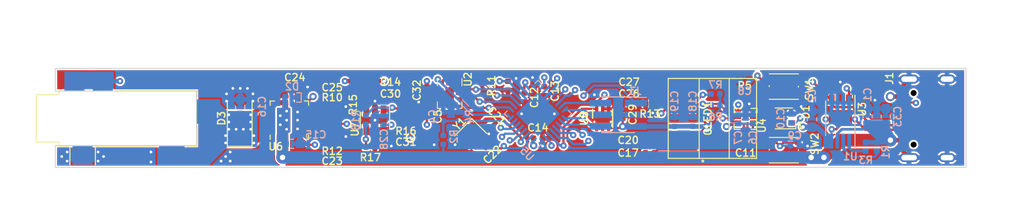
<source format=kicad_pcb>
(kicad_pcb (version 20200921) (generator pcbnew)
  (layers (0 "F.Cu" power) (1 "In1.Cu" signal) (2 "In2.Cu" signal) (31 "B.Cu" power) (34 "B.Paste" user) (35 "F.Paste" user) (36 "B.SilkS" user) (37 "F.SilkS" user) (38 "B.Mask" user) (39 "F.Mask" user) (44 "Edge.Cuts" user))
  (net 0 "")
  (net 1 "IN")
  (net 2 "+3V3")
  (net 3 "/PVD_IN")
  (net 4 "/BTN1")
  (net 5 "/BTN2")
  (net 6 "Net-(C10-Pad1)")
  (net 7 "Net-(C11-Pad2)")
  (net 8 "Net-(C11-Pad1)")
  (net 9 "/HEATER")
  (net 10 "Net-(C17-Pad2)")
  (net 11 "Net-(C17-Pad1)")
  (net 12 "Net-(C20-Pad2)")
  (net 13 "Net-(C20-Pad1)")
  (net 14 "/OSC_IN")
  (net 15 "/OSC_OUT")
  (net 16 "Net-(C23-Pad2)")
  (net 17 "Net-(C24-Pad2)")
  (net 18 "Net-(C25-Pad2)")
  (net 19 "Net-(C26-Pad2)")
  (net 20 "Net-(C27-Pad2)")
  (net 21 "Net-(C30-Pad1)")
  (net 22 "/TEMP_SENS")
  (net 23 "Net-(D1-Pad4)")
  (net 24 "Net-(D1-Pad3)")
  (net 25 "Net-(D1-Pad2)")
  (net 26 "/USB_DP")
  (net 27 "/CC2")
  (net 28 "/USB_DM")
  (net 29 "/CC1")
  (net 30 "/TIP_TC")
  (net 31 "Net-(OLED1-Pad12)")
  (net 32 "Net-(R1-Pad2)")
  (net 33 "Net-(R3-Pad2)")
  (net 34 "Net-(R5-Pad2)")
  (net 35 "/I2C1_SCL")
  (net 36 "/I2C1_SDA")
  (net 37 "/VSENSE")
  (net 38 "/HEAT_ON")
  (net 39 "Net-(R12-Pad1)")
  (net 40 "Net-(R16-Pad1)")
  (net 41 "Net-(R17-Pad2)")
  (net 42 "/INT0")
  (net 43 "/SPI1_MISO")
  (net 44 "/SPI1_NSS")
  (net 45 "/SPI1_MOSI")
  (net 46 "/SPI1_SCK")
  (net 47 "/DISP_RST#")
  (net 48 "/SWO")
  (net 49 "/SWCLK")
  (net 50 "/SWDIO")
  (net 51 "/NRST")
  (net 52 "GND")
  (net 53 "Net-(J1-PadA8)")
  (net 54 "Net-(J1-PadB8)")
  (net 55 "Net-(OLED1-Pad6)")
  (net 56 "Net-(U2-Pad2)")
  (net 57 "Net-(U2-Pad3)")
  (net 58 "Net-(U2-Pad9)")
  (net 59 "Net-(U2-Pad10)")
  (net 60 "Net-(U2-Pad11)")
  (net 61 "/HEATER_PG")
  (net 62 "Net-(U8-Pad2)")
  (module "Resistor_SMD:R_0402_1005Metric" (layer "F.Cu") (at 130.4 124.9)
    (fp_text reference "R10" (at 0 -2.2) (layer "F.SilkS") (effects (font (size 0.8 0.8))))
    (fp_text value "1870")
    (pad "1" smd roundrect (at -0.485 0) (size 0.59 0.64) (layers "F.Cu" "F.Paste" "F.Mask") (net 37 "/VSENSE"))
    (pad "2" smd roundrect (at 0.485 0) (size 0.59 0.64) (layers "F.Cu" "F.Paste" "F.Mask") (net 52 "GND"))
  )
  (module "Capacitor_SMD:C_0402_1005Metric" (layer "F.Cu") (at 147.6 125.6 135)
    (fp_text reference "C21" (at 0 1.238539 135) (layer "F.SilkS") (effects (font (size 0.8 0.8))))
    (fp_text value "6.8p")
    (pad "1" smd roundrect (at -0.485 0 135) (size 0.59 0.64) (layers "F.Cu" "F.Paste" "F.Mask") (net 52 "GND"))
    (pad "2" smd roundrect (at 0.485 0 135) (size 0.59 0.64) (layers "F.Cu" "F.Paste" "F.Mask") (net 15 "/OSC_OUT"))
  )
  (module "ER-OLED0.87:ER-OLED0.87" (layer "F.Cu") (at 169 125 90)
    (fp_text reference "OLED1" (at 0 2.65 90) (layer "F.SilkS") (effects (font (size 0.8 0.8))))
    (fp_text value "ER-OLED0.87")
    (pad "1" smd rect (at -4.03 0 90) (size 0.32 3) (layers "F.Cu" "F.Paste" "F.Mask") (net 10 "Net-(C17-Pad2)"))
    (pad "2" smd rect (at -3.41 0 90) (size 0.32 3) (layers "F.Cu" "F.Paste" "F.Mask") (net 11 "Net-(C17-Pad1)"))
    (pad "3" smd rect (at -2.79 0 90) (size 0.32 3) (layers "F.Cu" "F.Paste" "F.Mask") (net 12 "Net-(C20-Pad2)"))
    (pad "4" smd rect (at -2.17 0 90) (size 0.32 3) (layers "F.Cu" "F.Paste" "F.Mask") (net 13 "Net-(C20-Pad1)"))
    (pad "5" smd rect (at -1.55 0 90) (size 0.32 3) (layers "F.Cu" "F.Paste" "F.Mask") (net 2 "+3V3"))
    (pad "6" smd rect (at -0.93 0 90) (size 0.32 3) (layers "F.Cu" "F.Paste" "F.Mask") (net 55 "Net-(OLED1-Pad6)"))
    (pad "7" smd rect (at -0.31 0 90) (size 0.32 3) (layers "F.Cu" "F.Paste" "F.Mask") (net 52 "GND"))
    (pad "8" smd rect (at 0.31 0 90) (size 0.32 3) (layers "F.Cu" "F.Paste" "F.Mask") (net 2 "+3V3"))
    (pad "9" smd rect (at 0.93 0 90) (size 0.32 3) (layers "F.Cu" "F.Paste" "F.Mask") (net 47 "/DISP_RST#"))
    (pad "10" smd rect (at 1.55 0 90) (size 0.32 3) (layers "F.Cu" "F.Paste" "F.Mask") (net 35 "/I2C1_SCL"))
    (pad "11" smd rect (at 2.17 0 90) (size 0.32 3) (layers "F.Cu" "F.Paste" "F.Mask") (net 36 "/I2C1_SDA"))
    (pad "12" smd rect (at 2.79 0 90) (size 0.32 3) (layers "F.Cu" "F.Paste" "F.Mask") (net 31 "Net-(OLED1-Pad12)"))
    (pad "13" smd rect (at 3.41 0 90) (size 0.32 3) (layers "F.Cu" "F.Paste" "F.Mask") (net 19 "Net-(C26-Pad2)"))
    (pad "14" smd rect (at 4.03 0 90) (size 0.32 3) (layers "F.Cu" "F.Paste" "F.Mask") (net 20 "Net-(C27-Pad2)"))
  )
  (module "USB_C_GCT_USB4105:GCT_USB4105" (layer "F.Cu") (at 193.75 125 90)
    (fp_text reference "J1" (at 4.4 -2.15 90) (layer "F.SilkS") (effects (font (size 0.8 0.8))))
    (fp_text value "USB_C_Receptacle_USB2.0")
    (pad "" np_thru_hole circle (at 2.79 0.5 270) (size 0.65 0.65) (drill 0.65) (layers *.Mask))
    (pad "" np_thru_hole circle (at -2.89 0.5 270) (size 0.65 0.65) (drill 0.65) (layers *.Mask))
    (pad "A1" smd rect (at -3.2 -0.575 90) (size 0.6 1.15) (layers "F.Cu" "F.Paste" "F.Mask") (net 52 "GND"))
    (pad "A4" smd rect (at -2.4 -0.575 90) (size 0.6 1.15) (layers "F.Cu" "F.Paste" "F.Mask") (net 1 "IN"))
    (pad "A5" smd rect (at -1.25 -0.575 90) (size 0.3 1.15) (layers "F.Cu" "F.Paste" "F.Mask") (net 29 "/CC1"))
    (pad "A6" smd rect (at -0.25 -0.575 90) (size 0.3 1.15) (layers "F.Cu" "F.Paste" "F.Mask") (net 26 "/USB_DP"))
    (pad "A7" smd rect (at 0.25 -0.575 90) (size 0.3 1.15) (layers "F.Cu" "F.Paste" "F.Mask") (net 28 "/USB_DM"))
    (pad "A8" smd rect (at 1.25 -0.575 90) (size 0.3 1.15) (layers "F.Cu" "F.Paste" "F.Mask") (net 53 "Net-(J1-PadA8)"))
    (pad "A9" smd rect (at 2.4 -0.575 90) (size 0.6 1.15) (layers "F.Cu" "F.Paste" "F.Mask") (net 1 "IN"))
    (pad "A12" smd rect (at 3.2 -0.575 90) (size 0.6 1.15) (layers "F.Cu" "F.Paste" "F.Mask") (net 52 "GND"))
    (pad "B1" smd rect (at 3.2 -0.575 90) (size 0.6 1.15) (layers "F.Cu" "F.Paste" "F.Mask") (net 52 "GND"))
    (pad "B4" smd rect (at 2.4 -0.575 90) (size 0.6 1.15) (layers "F.Cu" "F.Paste" "F.Mask") (net 1 "IN"))
    (pad "B5" smd rect (at 1.75 -0.575 90) (size 0.3 1.15) (layers "F.Cu" "F.Paste" "F.Mask") (net 27 "/CC2"))
    (pad "B6" smd rect (at 0.75 -0.575 90) (size 0.3 1.15) (layers "F.Cu" "F.Paste" "F.Mask") (net 26 "/USB_DP"))
    (pad "B7" smd rect (at -0.75 -0.575 90) (size 0.3 1.15) (layers "F.Cu" "F.Paste" "F.Mask") (net 28 "/USB_DM"))
    (pad "B8" smd rect (at -1.75 -0.575 90) (size 0.3 1.15) (layers "F.Cu" "F.Paste" "F.Mask") (net 54 "Net-(J1-PadB8)"))
    (pad "B9" smd rect (at -2.4 -0.575 90) (size 0.6 1.15) (layers "F.Cu" "F.Paste" "F.Mask") (net 1 "IN"))
    (pad "B12" smd rect (at -3.2 -0.575 90) (size 0.6 1.15) (layers "F.Cu" "F.Paste" "F.Mask") (net 52 "GND"))
    (pad "S1" thru_hole oval (at 4.32 0 90) (size 1 2.1) (drill oval 0.6 1.7) (layers *.Cu *.Mask) (net 52 "GND"))
    (pad "S1" thru_hole oval (at 4.32 4.18 270) (size 1 1.8) (drill oval 0.6 1.4) (layers *.Cu *.Mask) (net 52 "GND"))
    (pad "S1" thru_hole oval (at -4.32 0 270) (size 1 2.1) (drill oval 0.6 1.7) (layers *.Cu *.Mask) (net 52 "GND"))
    (pad "S1" thru_hole oval (at -4.32 4.18 270) (size 1 1.8) (drill oval 0.6 1.4) (layers *.Cu *.Mask) (net 52 "GND"))
  )
  (module "Wurth:SW_Push_1P1T_NO_Vertical_Wuerth_434133025816" (layer "F.Cu") (at 180 121.5)
    (fp_text reference "SW1" (at 2.8 0.3 90) (layer "F.SilkS") (effects (font (size 0.8 0.8))))
    (fp_text value "SW_Push")
    (pad "1" smd rect (at 1.575 -0.825) (size 0.65 0.55) (layers "F.Cu" "F.Paste" "F.Mask") (net 5 "/BTN2"))
    (pad "1" smd rect (at -1.575 -0.825) (size 0.65 0.55) (layers "F.Cu" "F.Paste" "F.Mask") (net 5 "/BTN2"))
    (pad "2" smd rect (at 1.575 0.825) (size 0.65 0.55) (layers "F.Cu" "F.Paste" "F.Mask") (net 52 "GND"))
    (pad "2" smd rect (at -1.575 0.825) (size 0.65 0.55) (layers "F.Cu" "F.Paste" "F.Mask") (net 52 "GND"))
  )
  (module "Resistor_SMD:R_0402_1005Metric" (layer "F.Cu") (at 134.6 128.146617 180)
    (fp_text reference "R17" (at 0 -1.153383) (layer "F.SilkS") (effects (font (size 0.8 0.8))))
    (fp_text value "560")
    (pad "1" smd roundrect (at -0.485 0 180) (size 0.59 0.64) (layers "F.Cu" "F.Paste" "F.Mask") (net 52 "GND"))
    (pad "2" smd roundrect (at 0.485 0 180) (size 0.59 0.64) (layers "F.Cu" "F.Paste" "F.Mask") (net 41 "Net-(R17-Pad2)"))
  )
  (module "Capacitor_SMD:C_0402_1005Metric" (layer "F.Cu") (at 151.5 122.7 -90)
    (fp_text reference "C12" (at 0 -1.1 90) (layer "F.SilkS") (effects (font (size 0.8 0.8))))
    (fp_text value "0.1uF")
    (pad "1" smd roundrect (at -0.485 0 270) (size 0.59 0.64) (layers "F.Cu" "F.Paste" "F.Mask") (net 2 "+3V3"))
    (pad "2" smd roundrect (at 0.485 0 270) (size 0.59 0.64) (layers "F.Cu" "F.Paste" "F.Mask") (net 52 "GND"))
  )
  (module "Capacitor_SMD:C_0402_1005Metric" (layer "F.Cu") (at 140.8 124.272212 90)
    (fp_text reference "C5" (at -0.527788 1.2 270) (layer "F.SilkS") (effects (font (size 0.8 0.8))))
    (fp_text value "0.1uF")
    (pad "1" smd roundrect (at -0.485 0 90) (size 0.59 0.64) (layers "F.Cu" "F.Paste" "F.Mask") (net 2 "+3V3"))
    (pad "2" smd roundrect (at 0.485 0 90) (size 0.59 0.64) (layers "F.Cu" "F.Paste" "F.Mask") (net 52 "GND"))
  )
  (module "Capacitor_SMD:C_0402_1005Metric" (layer "F.Cu") (at 165.298945 127.401873)
    (fp_text reference "C20" (at -2.398945 -0.001873 180) (layer "F.SilkS") (effects (font (size 0.8 0.8))))
    (fp_text value "1u")
    (pad "1" smd roundrect (at -0.485 0) (size 0.59 0.64) (layers "F.Cu" "F.Paste" "F.Mask") (net 13 "Net-(C20-Pad1)"))
    (pad "2" smd roundrect (at 0.485 0) (size 0.59 0.64) (layers "F.Cu" "F.Paste" "F.Mask") (net 12 "Net-(C20-Pad2)"))
  )
  (module "Capacitor_SMD:C_0402_1005Metric" (layer "F.Cu") (at 126.35 121.55 180)
    (fp_text reference "C24" (at 0.05 1.05) (layer "F.SilkS") (effects (font (size 0.8 0.8))))
    (fp_text value "1200pF")
    (pad "1" smd roundrect (at -0.485 0 180) (size 0.59 0.64) (layers "F.Cu" "F.Paste" "F.Mask") (net 52 "GND"))
    (pad "2" smd roundrect (at 0.485 0 180) (size 0.59 0.64) (layers "F.Cu" "F.Paste" "F.Mask") (net 17 "Net-(C24-Pad2)"))
  )
  (module "Package_DFN_QFN:DFN-6-1EP_2x2mm_P0.65mm_EP1x1.6mm" (layer "F.Cu") (at 160.1 125 90)
    (fp_text reference "U8" (at 0 -2.025 90) (layer "F.SilkS") (effects (font (size 0.8 0.8))))
    (fp_text value "STTS22H")
    (pad "1" smd rect (at -1.05 -0.65 90) (size 0.65 0.35) (layers "F.Cu" "F.Paste" "F.Mask") (net 35 "/I2C1_SCL"))
    (pad "2" smd rect (at -1.05 0 90) (size 0.65 0.35) (layers "F.Cu" "F.Paste" "F.Mask") (net 62 "Net-(U8-Pad2)"))
    (pad "3" smd rect (at -1.05 0.65 90) (size 0.65 0.35) (layers "F.Cu" "F.Paste" "F.Mask") (net 2 "+3V3"))
    (pad "4" smd rect (at 1.05 0.65 90) (size 0.65 0.35) (layers "F.Cu" "F.Paste" "F.Mask") (net 52 "GND"))
    (pad "5" smd rect (at 1.05 0 90) (size 0.65 0.35) (layers "F.Cu" "F.Paste" "F.Mask") (net 52 "GND"))
    (pad "6" smd rect (at 1.05 -0.65 90) (size 0.65 0.35) (layers "F.Cu" "F.Paste" "F.Mask") (net 36 "/I2C1_SDA"))
    (pad "7" smd rect (at 0 0 90) (size 1 1.6) (layers "F.Cu" "F.Mask") (net 52 "GND"))
  )
  (module "Resistor_SMD:R_0402_1005Metric" (layer "F.Cu") (at 130.4 126.3)
    (fp_text reference "R12" (at 0 2.3) (layer "F.SilkS") (effects (font (size 0.8 0.8))))
    (fp_text value "220")
    (pad "1" smd roundrect (at -0.485 0) (size 0.59 0.64) (layers "F.Cu" "F.Paste" "F.Mask") (net 39 "Net-(R12-Pad1)"))
    (pad "2" smd roundrect (at 0.485 0) (size 0.59 0.64) (layers "F.Cu" "F.Paste" "F.Mask") (net 52 "GND"))
  )
  (module "LLGA12:LGA-12_2x2mm_P0.5mm" (layer "F.Cu") (at 175.8 125 180)
    (fp_text reference "U4" (at -1.8 -0.8 270) (layer "F.SilkS") (effects (font (size 0.8 0.8))))
    (fp_text value "NCP5623CMUTBG")
    (pad "1" smd rect (at -0.2 -0.8 270) (size 0.75 0.24) (layers "F.Cu" "F.Paste" "F.Mask") (net 8 "Net-(C11-Pad1)"))
    (pad "2" smd rect (at -0.8 -0.745 180) (size 0.64 0.24) (layers "F.Cu" "F.Paste" "F.Mask") (net 52 "GND"))
    (pad "3" smd rect (at -0.8 -0.345 180) (size 0.64 0.24) (layers "F.Cu" "F.Paste" "F.Mask") (net 23 "Net-(D1-Pad4)"))
    (pad "4" smd rect (at -0.8 0.055 180) (size 0.64 0.24) (layers "F.Cu" "F.Paste" "F.Mask") (net 24 "Net-(D1-Pad3)"))
    (pad "5" smd rect (at -0.8 0.455 180) (size 0.64 0.24) (layers "F.Cu" "F.Paste" "F.Mask") (net 25 "Net-(D1-Pad2)"))
    (pad "6" smd rect (at -0.8 0.855 180) (size 0.64 0.24) (layers "F.Cu" "F.Paste" "F.Mask") (net 52 "GND"))
    (pad "7" smd rect (at 0.8 0.855 180) (size 0.64 0.24) (layers "F.Cu" "F.Paste" "F.Mask") (net 36 "/I2C1_SDA"))
    (pad "8" smd rect (at 0.8 0.455 180) (size 0.64 0.24) (layers "F.Cu" "F.Paste" "F.Mask") (net 34 "Net-(R5-Pad2)"))
    (pad "9" smd rect (at 0.8 0.055 180) (size 0.64 0.24) (layers "F.Cu" "F.Paste" "F.Mask") (net 35 "/I2C1_SCL"))
    (pad "10" smd rect (at 0.8 -0.345 180) (size 0.64 0.24) (layers "F.Cu" "F.Paste" "F.Mask") (net 6 "Net-(C10-Pad1)"))
    (pad "11" smd rect (at 0.8 -0.745 180) (size 0.64 0.24) (layers "F.Cu" "F.Paste" "F.Mask") (net 2 "+3V3"))
    (pad "12" smd rect (at 0.2 -0.85 270) (size 0.65 0.24) (layers "F.Cu" "F.Paste" "F.Mask") (net 7 "Net-(C11-Pad2)"))
    (pad "13" smd rect (at 0 0.45 180) (size 0.64 1.06) (layers "F.Cu" "F.Paste" "F.Mask") (net 52 "GND"))
  )
  (module "Wurth:SW_Push_1P1T_NO_Vertical_Wuerth_434133025816" (layer "F.Cu") (at 180 128.5)
    (fp_text reference "SW2" (at 3.4 -0.7 90) (layer "F.SilkS") (effects (font (size 0.8 0.8))))
    (fp_text value "SW_Push")
    (pad "1" smd rect (at -1.575 -0.825) (size 0.65 0.55) (layers "F.Cu" "F.Paste" "F.Mask") (net 4 "/BTN1"))
    (pad "1" smd rect (at 1.575 -0.825) (size 0.65 0.55) (layers "F.Cu" "F.Paste" "F.Mask") (net 4 "/BTN1"))
    (pad "2" smd rect (at -1.575 0.825) (size 0.65 0.55) (layers "F.Cu" "F.Paste" "F.Mask") (net 52 "GND"))
    (pad "2" smd rect (at 1.575 0.825) (size 0.65 0.55) (layers "F.Cu" "F.Paste" "F.Mask") (net 52 "GND"))
  )
  (module "Capacitor_SMD:C_0402_1005Metric" (layer "F.Cu") (at 165.326447 122.18433)
    (fp_text reference "C26" (at -2.326447 0.11567 180) (layer "F.SilkS") (effects (font (size 0.8 0.8))))
    (fp_text value "2.2u")
    (pad "1" smd roundrect (at -0.485 0) (size 0.59 0.64) (layers "F.Cu" "F.Paste" "F.Mask") (net 52 "GND"))
    (pad "2" smd roundrect (at 0.485 0) (size 0.59 0.64) (layers "F.Cu" "F.Paste" "F.Mask") (net 19 "Net-(C26-Pad2)"))
  )
  (module "35RASMT4BHNTRX:Jack_3.5mm_CUI_SJ-3524-SMT_Horizontal_cutout" (layer "F.Cu") (at 104 125 90)
    (fp_text reference "J2" hide)
    (fp_text value "35RASMT4BHNTRX")
    (pad "G" smd rect (at -4.05 -1 90) (size 2.1 2.2) (layers "B.Cu" "B.Paste" "B.Mask") (net 52 "GND"))
    (pad "S" smd rect (at 4.05 1.2 90) (size 2.1 2.2) (layers "B.Cu" "B.Paste" "B.Mask") (net 30 "/TIP_TC"))
    (pad "SN" smd rect (at 4.05 -1.9 90) (size 2.1 2.2) (layers "B.Cu" "B.Paste" "B.Mask") (net 30 "/TIP_TC"))
    (pad "T" smd rect (at -4.05 8.8 90) (size 2.1 2.8) (layers "B.Cu" "B.Paste" "B.Mask") (net 9 "/HEATER"))
    (pad "TN" smd rect (at 0.75 12.8 90) (size 2.7 2.6) (layers "B.Cu" "B.Paste" "B.Mask") (net 9 "/HEATER"))
  )
  (module "Diode_SMD:D_SOD-128" (layer "F.Cu") (at 120.25 125 90)
    (fp_text reference "D3" (at 0 -2 90) (layer "F.SilkS") (effects (font (size 0.8 0.8))))
    (fp_text value "D_Schottky")
    (pad "1" smd rect (at -2.2 0 90) (size 1.4 2.1) (layers "F.Cu" "F.Paste" "F.Mask") (net 9 "/HEATER"))
    (pad "2" smd rect (at 2.2 0 90) (size 1.4 2.1) (layers "F.Cu" "F.Paste" "F.Mask") (net 52 "GND"))
  )
  (module "TPS25982:VQFN-24-1EP_4x4mm_P0.5mm_EP2.45x2.45mm" (layer "F.Cu") (at 125.7 125.2 90)
    (fp_text reference "U6" (at -2.9 -1.5 180) (layer "F.SilkS") (effects (font (size 0.8 0.8))))
    (fp_text value "TPS25982ONRGET")
    (pad "1" smd roundrect (at -1.925 -1.25 90) (size 0.575 0.25) (layers "F.Cu" "F.Paste" "F.Mask") (net 1 "IN"))
    (pad "2" smd roundrect (at -1.925 -0.75 90) (size 0.575 0.25) (layers "F.Cu" "F.Paste" "F.Mask") (net 1 "IN"))
    (pad "3" smd roundrect (at -1.925 -0.25 90) (size 0.575 0.25) (layers "F.Cu" "F.Paste" "F.Mask") (net 1 "IN"))
    (pad "4" smd roundrect (at -1.925 0.25 90) (size 0.575 0.25) (layers "F.Cu" "F.Paste" "F.Mask") (net 52 "GND"))
    (pad "5" smd roundrect (at -1.925 0.75 90) (size 0.575 0.25) (layers "F.Cu" "F.Paste" "F.Mask") (net 52 "GND"))
    (pad "6" smd roundrect (at -1.925 1.25 90) (size 0.575 0.25) (layers "F.Cu" "F.Paste" "F.Mask") (net 38 "/HEAT_ON"))
    (pad "7" smd roundrect (at -1.25 1.925 90) (size 0.25 0.575) (layers "F.Cu" "F.Paste" "F.Mask") (net 16 "Net-(C23-Pad2)"))
    (pad "8" smd roundrect (at -0.75 1.925 90) (size 0.25 0.575) (layers "F.Cu" "F.Paste" "F.Mask") (net 39 "Net-(R12-Pad1)"))
    (pad "9" smd roundrect (at -0.25 1.925 90) (size 0.25 0.575) (layers "F.Cu" "F.Paste" "F.Mask") (net 37 "/VSENSE"))
    (pad "10" smd roundrect (at 0.25 1.925 90) (size 0.25 0.575) (layers "F.Cu" "F.Paste" "F.Mask") (net 18 "Net-(C25-Pad2)"))
    (pad "11" smd roundrect (at 0.75 1.925 90) (size 0.25 0.575) (layers "F.Cu" "F.Paste" "F.Mask") (net 52 "GND"))
    (pad "12" smd roundrect (at 1.25 1.925 90) (size 0.25 0.575) (layers "F.Cu" "F.Paste" "F.Mask") (net 52 "GND"))
    (pad "13" smd roundrect (at 1.925 1.25 90) (size 0.575 0.25) (layers "F.Cu" "F.Paste" "F.Mask") (net 61 "/HEATER_PG"))
    (pad "14" smd roundrect (at 1.925 0.75 90) (size 0.575 0.25) (layers "F.Cu" "F.Paste" "F.Mask") (net 52 "GND"))
    (pad "15" smd roundrect (at 1.925 0.25 90) (size 0.575 0.25) (layers "F.Cu" "F.Paste" "F.Mask") (net 17 "Net-(C24-Pad2)"))
    (pad "16" smd roundrect (at 1.925 -0.25 90) (size 0.575 0.25) (layers "F.Cu" "F.Paste" "F.Mask") (net 1 "IN"))
    (pad "17" smd roundrect (at 1.925 -0.75 90) (size 0.575 0.25) (layers "F.Cu" "F.Paste" "F.Mask") (net 9 "/HEATER"))
    (pad "18" smd roundrect (at 1.925 -1.25 90) (size 0.575 0.25) (layers "F.Cu" "F.Paste" "F.Mask") (net 9 "/HEATER"))
    (pad "19" smd roundrect (at 1.25 -1.925 90) (size 0.25 0.575) (layers "F.Cu" "F.Paste" "F.Mask") (net 9 "/HEATER"))
    (pad "20" smd roundrect (at 0.75 -1.925 90) (size 0.25 0.575) (layers "F.Cu" "F.Paste" "F.Mask") (net 9 "/HEATER"))
    (pad "21" smd roundrect (at 0.25 -1.925 90) (size 0.25 0.575) (layers "F.Cu" "F.Paste" "F.Mask") (net 9 "/HEATER"))
    (pad "22" smd roundrect (at -0.25 -1.925 90) (size 0.25 0.575) (layers "F.Cu" "F.Paste" "F.Mask") (net 9 "/HEATER"))
    (pad "23" smd roundrect (at -0.75 -1.925 90) (size 0.25 0.575) (layers "F.Cu" "F.Paste" "F.Mask") (net 9 "/HEATER"))
    (pad "24" smd roundrect (at -1.25 -1.925 90) (size 0.25 0.575) (layers "F.Cu" "F.Paste" "F.Mask") (net 9 "/HEATER"))
    (pad "25" smd rect (at 0 -0.625 90) (size 2.7 1.45) (layers "F.Cu" "F.Mask") (net 1 "IN"))
    (pad "26" smd rect (at 0 0.925 90) (size 2.7 0.85) (layers "F.Cu" "F.Mask") (net 52 "GND"))
  )
  (module "Resistor_SMD:R_0402_1005Metric" (layer "F.Cu") (at 149.7 121.4 -90)
    (fp_text reference "R11" (at 0 1.8 90) (layer "F.SilkS") (effects (font (size 0.8 0.8))))
    (fp_text value "10K")
    (pad "1" smd roundrect (at -0.485 0 270) (size 0.59 0.64) (layers "F.Cu" "F.Paste" "F.Mask") (net 38 "/HEAT_ON"))
    (pad "2" smd roundrect (at 0.485 0 270) (size 0.59 0.64) (layers "F.Cu" "F.Paste" "F.Mask") (net 52 "GND"))
  )
  (module "Package_TO_SOT_SMD:SOT-23-6" (layer "F.Cu") (at 135.1 125.202234 -90)
    (fp_text reference "U7" (at 0.997766 2.2 90) (layer "F.SilkS") (effects (font (size 0.8 0.8))))
    (fp_text value "MAX4239AUT")
    (pad "1" smd rect (at -1.1 -0.95 270) (size 1.06 0.65) (layers "F.Cu" "F.Paste" "F.Mask") (net 40 "Net-(R16-Pad1)"))
    (pad "2" smd rect (at -1.1 0 270) (size 1.06 0.65) (layers "F.Cu" "F.Paste" "F.Mask") (net 52 "GND"))
    (pad "3" smd rect (at -1.1 0.95 270) (size 1.06 0.65) (layers "F.Cu" "F.Paste" "F.Mask") (net 21 "Net-(C30-Pad1)"))
    (pad "4" smd rect (at 1.1 0.95 270) (size 1.06 0.65) (layers "F.Cu" "F.Paste" "F.Mask") (net 41 "Net-(R17-Pad2)"))
    (pad "5" smd rect (at 1.1 0 270) (size 1.06 0.65) (layers "F.Cu" "F.Paste" "F.Mask") (net 2 "+3V3"))
    (pad "6" smd rect (at 1.1 -0.95 270) (size 1.06 0.65) (layers "F.Cu" "F.Paste" "F.Mask") (net 2 "+3V3"))
  )
  (module "LED_ASMB:LED_SK6805_PLCC4_2.4x2.7mm_P1.3mm" (layer "F.Cu") (at 180 125 180)
    (fp_text reference "D1" (at -2.4 0.7 90) (layer "F.SilkS") (effects (font (size 0.8 0.8))))
    (fp_text value "ASMB-LTB2-0A333")
    (fp_text user "1" (at -1.8 -0.8) (layer "F.SilkS") (effects (font (size 0.75 0.75) (thickness 0.12))))
    (pad "1" smd rect (at -0.85 -0.5 180) (size 0.7 0.6) (layers "F.Cu" "F.Paste" "F.Mask") (net 6 "Net-(C10-Pad1)"))
    (pad "2" smd rect (at -0.85 0.5 180) (size 0.7 0.6) (layers "F.Cu" "F.Paste" "F.Mask") (net 25 "Net-(D1-Pad2)"))
    (pad "3" smd rect (at 0.85 0.5 180) (size 0.7 0.6) (layers "F.Cu" "F.Paste" "F.Mask") (net 24 "Net-(D1-Pad3)"))
    (pad "4" smd rect (at 0.85 -0.5 180) (size 0.7 0.6) (layers "F.Cu" "F.Paste" "F.Mask") (net 23 "Net-(D1-Pad4)"))
  )
  (module "Capacitor_SMD:C_0402_1005Metric" (layer "F.Cu") (at 153.7 122 -90)
    (fp_text reference "C13" (at 0 -1.17 90) (layer "F.SilkS") (effects (font (size 0.8 0.8))))
    (fp_text value "0.1uF")
    (pad "1" smd roundrect (at -0.485 0 270) (size 0.59 0.64) (layers "F.Cu" "F.Paste" "F.Mask") (net 2 "+3V3"))
    (pad "2" smd roundrect (at 0.485 0 270) (size 0.59 0.64) (layers "F.Cu" "F.Paste" "F.Mask") (net 52 "GND"))
  )
  (module "Capacitor_SMD:C_0402_1005Metric" (layer "F.Cu") (at 130.4 127.563205 180)
    (fp_text reference "C23" (at 0 -2.136795) (layer "F.SilkS") (effects (font (size 0.8 0.8))))
    (fp_text value "10000pF")
    (pad "1" smd roundrect (at -0.485 0 180) (size 0.59 0.64) (layers "F.Cu" "F.Paste" "F.Mask") (net 52 "GND"))
    (pad "2" smd roundrect (at 0.485 0 180) (size 0.59 0.64) (layers "F.Cu" "F.Paste" "F.Mask") (net 16 "Net-(C23-Pad2)"))
  )
  (module "Capacitor_SMD:C_0402_1005Metric" (layer "F.Cu") (at 134.600164 122.300036)
    (fp_text reference "C30" (at 2.199836 -0.000036) (layer "F.SilkS") (effects (font (size 0.8 0.8))))
    (fp_text value "10000pF")
    (pad "1" smd roundrect (at -0.485 0) (size 0.59 0.64) (layers "F.Cu" "F.Paste" "F.Mask") (net 21 "Net-(C30-Pad1)"))
    (pad "2" smd roundrect (at 0.485 0) (size 0.59 0.64) (layers "F.Cu" "F.Paste" "F.Mask") (net 52 "GND"))
  )
  (module "Resistor_SMD:R_0402_1005Metric" (layer "F.Cu") (at 165.308635 123.400924)
    (fp_text reference "R13" (at -0.008635 1.099076 180) (layer "F.SilkS") (effects (font (size 0.8 0.8))))
    (fp_text value "390K")
    (pad "1" smd roundrect (at -0.485 0) (size 0.59 0.64) (layers "F.Cu" "F.Paste" "F.Mask") (net 52 "GND"))
    (pad "2" smd roundrect (at 0.485 0) (size 0.59 0.64) (layers "F.Cu" "F.Paste" "F.Mask") (net 31 "Net-(OLED1-Pad12)"))
  )
  (module "Capacitor_SMD:C_0402_1005Metric" (layer "F.Cu") (at 130.4 123.690132 180)
    (fp_text reference "C25" (at 0 2.090132) (layer "F.SilkS") (effects (font (size 0.8 0.8))))
    (fp_text value "10000pF")
    (pad "1" smd roundrect (at -0.485 0 180) (size 0.59 0.64) (layers "F.Cu" "F.Paste" "F.Mask") (net 52 "GND"))
    (pad "2" smd roundrect (at 0.485 0 180) (size 0.59 0.64) (layers "F.Cu" "F.Paste" "F.Mask") (net 18 "Net-(C25-Pad2)"))
  )
  (module "Package_TO_SOT_SMD:SOT-23-6" (layer "F.Cu") (at 186.2 124 -90)
    (fp_text reference "U3" (at 0 -2.4 90) (layer "F.SilkS") (effects (font (size 0.8 0.8))))
    (fp_text value "USBLC6-4SC6")
    (pad "1" smd rect (at -1.1 -0.95 270) (size 1.06 0.65) (layers "F.Cu" "F.Paste" "F.Mask") (net 26 "/USB_DP"))
    (pad "2" smd rect (at -1.1 0 270) (size 1.06 0.65) (layers "F.Cu" "F.Paste" "F.Mask") (net 52 "GND"))
    (pad "3" smd rect (at -1.1 0.95 270) (size 1.06 0.65) (layers "F.Cu" "F.Paste" "F.Mask") (net 28 "/USB_DM"))
    (pad "4" smd rect (at 1.1 0.95 270) (size 1.06 0.65) (layers "F.Cu" "F.Paste" "F.Mask") (net 27 "/CC2"))
    (pad "5" smd rect (at 1.1 0 270) (size 1.06 0.65) (layers "F.Cu" "F.Paste" "F.Mask") (net 2 "+3V3"))
    (pad "6" smd rect (at 1.1 -0.95 270) (size 1.06 0.65) (layers "F.Cu" "F.Paste" "F.Mask") (net 29 "/CC1"))
  )
  (module "Capacitor_SMD:C_0402_1005Metric" (layer "F.Cu") (at 140.8 122 -90)
    (fp_text reference "C32" (at -0.1 1.1 -90) (layer "F.SilkS") (effects (font (size 0.8 0.8))))
    (fp_text value "0.1uF")
    (pad "1" smd roundrect (at -0.485 0 270) (size 0.59 0.64) (layers "F.Cu" "F.Paste" "F.Mask") (net 2 "+3V3"))
    (pad "2" smd roundrect (at 0.485 0 270) (size 0.59 0.64) (layers "F.Cu" "F.Paste" "F.Mask") (net 52 "GND"))
  )
  (module "Resistor_SMD:R_0402_1005Metric" (layer "F.Cu") (at 134.6 120.9)
    (fp_text reference "R14" (at 2.2 0.1) (layer "F.SilkS") (effects (font (size 0.8 0.8))))
    (fp_text value "1M")
    (pad "1" smd roundrect (at -0.485 0) (size 0.59 0.64) (layers "F.Cu" "F.Paste" "F.Mask") (net 30 "/TIP_TC"))
    (pad "2" smd roundrect (at 0.485 0) (size 0.59 0.64) (layers "F.Cu" "F.Paste" "F.Mask") (net 2 "+3V3"))
  )
  (module "Capacitor_SMD:C_0402_1005Metric" (layer "F.Cu") (at 138.507693 125.115026 180)
    (fp_text reference "C31" (at 0.007693 -2.484974 180) (layer "F.SilkS") (effects (font (size 0.8 0.8))))
    (fp_text value "10000pF")
    (pad "1" smd roundrect (at -0.485 0 180) (size 0.59 0.64) (layers "F.Cu" "F.Paste" "F.Mask") (net 22 "/TEMP_SENS"))
    (pad "2" smd roundrect (at 0.485 0 180) (size 0.59 0.64) (layers "F.Cu" "F.Paste" "F.Mask") (net 52 "GND"))
  )
  (module "Resistor_SMD:R_0402_1005Metric" (layer "F.Cu") (at 175.695213 122.495858 180)
    (fp_text reference "R5" (at -0.004787 1.095858 180) (layer "F.SilkS") (effects (font (size 0.8 0.8))))
    (fp_text value "62K")
    (pad "1" smd roundrect (at -0.485 0 180) (size 0.59 0.64) (layers "F.Cu" "F.Paste" "F.Mask") (net 52 "GND"))
    (pad "2" smd roundrect (at 0.485 0 180) (size 0.59 0.64) (layers "F.Cu" "F.Paste" "F.Mask") (net 34 "Net-(R5-Pad2)"))
  )
  (module "Capacitor_SMD:C_0402_1005Metric" (layer "F.Cu") (at 162.297275 124.523079 90)
    (fp_text reference "C29" (at -0.05 1.102725 270) (layer "F.SilkS") (effects (font (size 0.8 0.8))))
    (fp_text value "0.1uF")
    (pad "1" smd roundrect (at -0.485 0 90) (size 0.59 0.64) (layers "F.Cu" "F.Paste" "F.Mask") (net 2 "+3V3"))
    (pad "2" smd roundrect (at 0.485 0 90) (size 0.59 0.64) (layers "F.Cu" "F.Paste" "F.Mask") (net 52 "GND"))
  )
  (module "Capacitor_SMD:C_0402_1005Metric" (layer "F.Cu") (at 165.298599 128.793684 180)
    (fp_text reference "C17" (at 2.398599 -0.006316) (layer "F.SilkS") (effects (font (size 0.8 0.8))))
    (fp_text value "1u")
    (pad "1" smd roundrect (at -0.485 0 180) (size 0.59 0.64) (layers "F.Cu" "F.Paste" "F.Mask") (net 11 "Net-(C17-Pad1)"))
    (pad "2" smd roundrect (at 0.485 0 180) (size 0.59 0.64) (layers "F.Cu" "F.Paste" "F.Mask") (net 10 "Net-(C17-Pad2)"))
  )
  (module "Capacitor_SMD:C_0402_1005Metric" (layer "F.Cu") (at 165.313354 121.013593)
    (fp_text reference "C27" (at -2.313354 -0.013593 180) (layer "F.SilkS") (effects (font (size 0.8 0.8))))
    (fp_text value "2.2u")
    (pad "1" smd roundrect (at -0.485 0) (size 0.59 0.64) (layers "F.Cu" "F.Paste" "F.Mask") (net 52 "GND"))
    (pad "2" smd roundrect (at 0.485 0) (size 0.59 0.64) (layers "F.Cu" "F.Paste" "F.Mask") (net 20 "Net-(C27-Pad2)"))
  )
  (module "Package_LGA:Bosch_LGA-14_3x2.5mm_P0.5mm" (layer "F.Cu") (at 143.3 122.3 -90)
    (fp_text reference "U2" (at -1.6 -2 90) (layer "F.SilkS") (effects (font (size 0.8 0.8))))
    (fp_text value "BMI270")
    (pad "1" smd rect (at -1.2625 -0.75 270) (size 0.675 0.25) (layers "F.Cu" "F.Paste" "F.Mask") (net 43 "/SPI1_MISO"))
    (pad "2" smd rect (at -1.2625 -0.25 270) (size 0.675 0.25) (layers "F.Cu" "F.Paste" "F.Mask") (net 56 "Net-(U2-Pad2)"))
    (pad "3" smd rect (at -1.2625 0.25 270) (size 0.675 0.25) (layers "F.Cu" "F.Paste" "F.Mask") (net 57 "Net-(U2-Pad3)"))
    (pad "4" smd rect (at -1.2625 0.75 270) (size 0.675 0.25) (layers "F.Cu" "F.Paste" "F.Mask") (net 42 "/INT0"))
    (pad "5" smd rect (at -0.5 1.0125 270) (size 0.25 0.675) (layers "F.Cu" "F.Paste" "F.Mask") (net 2 "+3V3"))
    (pad "6" smd rect (at 0 1.0125 270) (size 0.25 0.675) (layers "F.Cu" "F.Paste" "F.Mask") (net 52 "GND"))
    (pad "7" smd rect (at 0.5 1.0125 270) (size 0.25 0.675) (layers "F.Cu" "F.Paste" "F.Mask") (net 52 "GND"))
    (pad "8" smd rect (at 1.2625 0.75 270) (size 0.675 0.25) (layers "F.Cu" "F.Paste" "F.Mask") (net 2 "+3V3"))
    (pad "9" smd rect (at 1.2625 0.25 270) (size 0.675 0.25) (layers "F.Cu" "F.Paste" "F.Mask") (net 58 "Net-(U2-Pad9)"))
    (pad "10" smd rect (at 1.2625 -0.25 270) (size 0.675 0.25) (layers "F.Cu" "F.Paste" "F.Mask") (net 59 "Net-(U2-Pad10)"))
    (pad "11" smd rect (at 1.2625 -0.75 270) (size 0.675 0.25) (layers "F.Cu" "F.Paste" "F.Mask") (net 60 "Net-(U2-Pad11)"))
    (pad "12" smd rect (at 0.5 -1.0125 270) (size 0.25 0.675) (layers "F.Cu" "F.Paste" "F.Mask") (net 44 "/SPI1_NSS"))
    (pad "13" smd rect (at 0 -1.0125 270) (size 0.25 0.675) (layers "F.Cu" "F.Paste" "F.Mask") (net 46 "/SPI1_SCK"))
    (pad "14" smd rect (at -0.5 -1.0125 270) (size 0.25 0.675) (layers "F.Cu" "F.Paste" "F.Mask") (net 45 "/SPI1_MOSI"))
  )
  (module "Crystal:Crystal_SMD_2016-4Pin_2.0x1.6mm" (layer "F.Cu") (at 145.6 126.8 -135)
    (fp_text reference "Y1" (at 0 1.697056 45) (layer "F.SilkS") (effects (font (size 0.8 0.8))))
    (fp_text value "NX2016SA-24MHZ-EXS00A-CS10820")
    (pad "1" smd rect (at -0.7 0.55 225) (size 0.9 0.8) (layers "F.Cu" "F.Paste" "F.Mask") (net 15 "/OSC_OUT"))
    (pad "2" smd rect (at 0.7 0.55 225) (size 0.9 0.8) (layers "F.Cu" "F.Paste" "F.Mask") (net 52 "GND"))
    (pad "3" smd rect (at 0.7 -0.55 225) (size 0.9 0.8) (layers "F.Cu" "F.Paste" "F.Mask") (net 14 "/OSC_IN"))
    (pad "4" smd rect (at -0.7 -0.55 225) (size 0.9 0.8) (layers "F.Cu" "F.Paste" "F.Mask") (net 52 "GND"))
  )
  (module "Resistor_SMD:R_0402_1005Metric" (layer "F.Cu") (at 132.652475 121.38339 -90)
    (fp_text reference "R15" (at 2.11661 -0.047525 90) (layer "F.SilkS") (effects (font (size 0.8 0.8))))
    (fp_text value "5.6K")
    (pad "1" smd roundrect (at -0.485 0 270) (size 0.59 0.64) (layers "F.Cu" "F.Paste" "F.Mask") (net 30 "/TIP_TC"))
    (pad "2" smd roundrect (at 0.485 0 270) (size 0.59 0.64) (layers "F.Cu" "F.Paste" "F.Mask") (net 21 "Net-(C30-Pad1)"))
  )
  (module "Capacitor_SMD:C_0402_1005Metric" (layer "F.Cu") (at 147.6 127.8 -135)
    (fp_text reference "C22" (at 0.565685 -1.131371 -135) (layer "F.SilkS") (effects (font (size 0.8 0.8))))
    (fp_text value "6.8p")
    (pad "1" smd roundrect (at -0.485 0 225) (size 0.59 0.64) (layers "F.Cu" "F.Paste" "F.Mask") (net 52 "GND"))
    (pad "2" smd roundrect (at 0.485 0 225) (size 0.59 0.64) (layers "F.Cu" "F.Paste" "F.Mask") (net 14 "/OSC_IN"))
  )
  (module "Capacitor_SMD:C_0402_1005Metric" (layer "F.Cu") (at 153 127.2)
    (fp_text reference "C14" (at 0 -1.17 180) (layer "F.SilkS") (effects (font (size 0.8 0.8))))
    (fp_text value "0.1uF")
    (pad "1" smd roundrect (at -0.485 0) (size 0.59 0.64) (layers "F.Cu" "F.Paste" "F.Mask") (net 2 "+3V3"))
    (pad "2" smd roundrect (at 0.485 0) (size 0.59 0.64) (layers "F.Cu" "F.Paste" "F.Mask") (net 52 "GND"))
  )
  (module "Resistor_SMD:R_0402_1005Metric" (layer "F.Cu") (at 138.5 123.9)
    (fp_text reference "R16" (at 0 2.5) (layer "F.SilkS") (effects (font (size 0.8 0.8))))
    (fp_text value "2.2K")
    (pad "1" smd roundrect (at -0.485 0) (size 0.59 0.64) (layers "F.Cu" "F.Paste" "F.Mask") (net 40 "Net-(R16-Pad1)"))
    (pad "2" smd roundrect (at 0.485 0) (size 0.59 0.64) (layers "F.Cu" "F.Paste" "F.Mask") (net 22 "/TEMP_SENS"))
  )
  (module "Capacitor_SMD:C_0402_1005Metric" (layer "F.Cu") (at 175.827049 127.635948 180)
    (fp_text reference "C11" (at 0.027049 -1.164052) (layer "F.SilkS") (effects (font (size 0.8 0.8))))
    (fp_text value "0.22u")
    (pad "1" smd roundrect (at -0.485 0 180) (size 0.59 0.64) (layers "F.Cu" "F.Paste" "F.Mask") (net 8 "Net-(C11-Pad1)"))
    (pad "2" smd roundrect (at 0.485 0 180) (size 0.59 0.64) (layers "F.Cu" "F.Paste" "F.Mask") (net 7 "Net-(C11-Pad2)"))
  )
  (module "Capacitor_SMD:C_0603_1608Metric_Pad1.05x0.95mm_HandSolder" (layer "B.Cu") (at 120.3 123.8 90)
    (fp_text reference "C16" (at 0.1 2.4 270) (layer "B.SilkS") (effects (font (size 0.8 0.8)) (justify mirror)))
    (fp_text value "10uF")
    (pad "1" smd roundrect (at -0.875 0 90) (size 1.05 0.95) (layers "B.Cu" "B.Paste" "B.Mask") (net 9 "/HEATER"))
    (pad "2" smd roundrect (at 0.875 0 90) (size 1.05 0.95) (layers "B.Cu" "B.Paste" "B.Mask") (net 52 "GND"))
  )
  (module "Capacitor_SMD:C_0603_1608Metric_Pad1.05x0.95mm_HandSolder" (layer "B.Cu") (at 189.195015 124.795724 90)
    (fp_text reference "C1" (at 2.395724 0.004985 270) (layer "B.SilkS") (effects (font (size 0.8 0.8)) (justify mirror)))
    (fp_text value "10uF")
    (pad "1" smd roundrect (at -0.875 0 90) (size 1.05 0.95) (layers "B.Cu" "B.Paste" "B.Mask") (net 1 "IN"))
    (pad "2" smd roundrect (at 0.875 0 90) (size 1.05 0.95) (layers "B.Cu" "B.Paste" "B.Mask") (net 52 "GND"))
  )
  (module "Connector_PinHeader_1.27mm:PinHeader_2x03_P1.27mm_Vertical_SMD" (layer "B.Cu") (at 161.8 124.6 180)
    (fp_text reference "J3" (at -1.9 2.6) (layer "B.SilkS") (effects (font (size 0.8 0.8)) (justify mirror)))
    (fp_text value "Conn_02x03_Odd_Even")
    (pad "1" smd rect (at -1.95 1.27 180) (size 2.4 0.74) (layers "B.Cu" "B.Paste" "B.Mask") (net 51 "/NRST"))
    (pad "2" smd rect (at 1.95 1.27 180) (size 2.4 0.74) (layers "B.Cu" "B.Paste" "B.Mask") (net 50 "/SWDIO"))
    (pad "3" smd rect (at -1.95 0 180) (size 2.4 0.74) (layers "B.Cu" "B.Paste" "B.Mask") (net 52 "GND"))
    (pad "4" smd rect (at 1.95 0 180) (size 2.4 0.74) (layers "B.Cu" "B.Paste" "B.Mask") (net 49 "/SWCLK"))
    (pad "5" smd rect (at -1.95 -1.27 180) (size 2.4 0.74) (layers "B.Cu" "B.Paste" "B.Mask") (net 2 "+3V3"))
    (pad "6" smd rect (at 1.95 -1.27 180) (size 2.4 0.74) (layers "B.Cu" "B.Paste" "B.Mask") (net 48 "/SWO"))
  )
  (module "Resistor_SMD:R_0402_1005Metric" (layer "B.Cu") (at 172.50511 123.531071 180)
    (fp_text reference "R6" (at 0 -1.3 180) (layer "B.SilkS") (effects (font (size 0.8 0.8)) (justify mirror)))
    (fp_text value "2.2K")
    (pad "1" smd roundrect (at -0.485 0 180) (size 0.59 0.64) (layers "B.Cu" "B.Paste" "B.Mask") (net 2 "+3V3"))
    (pad "2" smd roundrect (at 0.485 0 180) (size 0.59 0.64) (layers "B.Cu" "B.Paste" "B.Mask") (net 35 "/I2C1_SCL"))
  )
  (module "Capacitor_SMD:C_0402_1005Metric" (layer "B.Cu") (at 175.7 120.9 180)
    (fp_text reference "C8" (at 0 -1.1) (layer "B.SilkS") (effects (font (size 0.8 0.8)) (justify mirror)))
    (fp_text value "0.1uF")
    (pad "1" smd roundrect (at -0.485 0 180) (size 0.59 0.64) (layers "B.Cu" "B.Paste" "B.Mask") (net 5 "/BTN2"))
    (pad "2" smd roundrect (at 0.485 0 180) (size 0.59 0.64) (layers "B.Cu" "B.Paste" "B.Mask") (net 52 "GND"))
  )
  (module "Resistor_SMD:R_0402_1005Metric" (layer "B.Cu") (at 144.3 124.8 90)
    (fp_text reference "R4" (at 0 1.17 270) (layer "B.SilkS") (effects (font (size 0.8 0.8)) (justify mirror)))
    (fp_text value "1.8K")
    (pad "1" smd roundrect (at -0.485 0 90) (size 0.59 0.64) (layers "B.Cu" "B.Paste" "B.Mask") (net 3 "/PVD_IN"))
    (pad "2" smd roundrect (at 0.485 0 90) (size 0.59 0.64) (layers "B.Cu" "B.Paste" "B.Mask") (net 52 "GND"))
  )
  (module "Package_SO:MSOP-8_3x3mm_P0.65mm" (layer "B.Cu") (at 186.2 125.4 90)
    (fp_text reference "U1" (at -3.8 1.1) (layer "B.SilkS") (effects (font (size 0.8 0.8)) (justify mirror)))
    (fp_text value "MIC5239-3.3YMM")
    (pad "1" smd roundrect (at -2.1125 0.975 90) (size 1.625 0.4) (layers "B.Cu" "B.Paste" "B.Mask") (net 33 "Net-(R3-Pad2)"))
    (pad "2" smd roundrect (at -2.1125 0.325 90) (size 1.625 0.4) (layers "B.Cu" "B.Paste" "B.Mask") (net 32 "Net-(R1-Pad2)"))
    (pad "3" smd roundrect (at -2.1125 -0.325 90) (size 1.625 0.4) (layers "B.Cu" "B.Paste" "B.Mask") (net 1 "IN"))
    (pad "4" smd roundrect (at -2.1125 -0.975 90) (size 1.625 0.4) (layers "B.Cu" "B.Paste" "B.Mask") (net 2 "+3V3"))
    (pad "5" smd roundrect (at 2.1125 -0.975 90) (size 1.625 0.4) (layers "B.Cu" "B.Paste" "B.Mask") (net 52 "GND"))
    (pad "6" smd roundrect (at 2.1125 -0.325 90) (size 1.625 0.4) (layers "B.Cu" "B.Paste" "B.Mask") (net 52 "GND"))
    (pad "7" smd roundrect (at 2.1125 0.325 90) (size 1.625 0.4) (layers "B.Cu" "B.Paste" "B.Mask") (net 52 "GND"))
    (pad "8" smd roundrect (at 2.1125 0.975 90) (size 1.625 0.4) (layers "B.Cu" "B.Paste" "B.Mask") (net 52 "GND"))
  )
  (module "Resistor_SMD:R_0402_1005Metric" (layer "B.Cu") (at 190.205523 128.122002 -90)
    (fp_text reference "R1" (at 0.577998 -0.994477 -90) (layer "B.SilkS") (effects (font (size 0.8 0.8)) (justify mirror)))
    (fp_text value "200K")
    (pad "1" smd roundrect (at -0.485 0 270) (size 0.59 0.64) (layers "B.Cu" "B.Paste" "B.Mask") (net 1 "IN"))
    (pad "2" smd roundrect (at 0.485 0 270) (size 0.59 0.64) (layers "B.Cu" "B.Paste" "B.Mask") (net 32 "Net-(R1-Pad2)"))
  )
  (module "Resistor_SMD:R_0402_1005Metric" (layer "B.Cu") (at 134.100546 125.175988 90)
    (fp_text reference "R18" (at -0.024012 -1.100546 270) (layer "B.SilkS") (effects (font (size 0.8 0.8)) (justify mirror)))
    (fp_text value "100K")
    (pad "1" smd roundrect (at -0.485 0 90) (size 0.59 0.64) (layers "B.Cu" "B.Paste" "B.Mask") (net 41 "Net-(R17-Pad2)"))
    (pad "2" smd roundrect (at 0.485 0 90) (size 0.59 0.64) (layers "B.Cu" "B.Paste" "B.Mask") (net 40 "Net-(R16-Pad1)"))
  )
  (module "Capacitor_SMD:C_0402_1005Metric" (layer "B.Cu") (at 169.993787 125.390807 90)
    (fp_text reference "C18" (at 2.290807 0.006213 270) (layer "B.SilkS") (effects (font (size 0.8 0.8)) (justify mirror)))
    (fp_text value "0.1uF")
    (pad "1" smd roundrect (at -0.485 0 90) (size 0.59 0.64) (layers "B.Cu" "B.Paste" "B.Mask") (net 2 "+3V3"))
    (pad "2" smd roundrect (at 0.485 0 90) (size 0.59 0.64) (layers "B.Cu" "B.Paste" "B.Mask") (net 52 "GND"))
  )
  (module "Capacitor_SMD:C_0603_1608Metric_Pad1.05x0.95mm_HandSolder" (layer "B.Cu") (at 183.101818 125.093809 90)
    (fp_text reference "C2" (at 2.593809 -0.001818 270) (layer "B.SilkS") (effects (font (size 0.8 0.8)) (justify mirror)))
    (fp_text value "10uF")
    (pad "1" smd roundrect (at -0.875 0 90) (size 1.05 0.95) (layers "B.Cu" "B.Paste" "B.Mask") (net 2 "+3V3"))
    (pad "2" smd roundrect (at 0.875 0 90) (size 1.05 0.95) (layers "B.Cu" "B.Paste" "B.Mask") (net 52 "GND"))
  )
  (module "Capacitor_SMD:C_0402_1005Metric" (layer "B.Cu") (at 176.6 125.1 90)
    (fp_text reference "C6" (at -2 0 90) (layer "B.SilkS") (effects (font (size 0.8 0.8)) (justify mirror)))
    (fp_text value "0.1uF")
    (pad "1" smd roundrect (at -0.485 0 90) (size 0.59 0.64) (layers "B.Cu" "B.Paste" "B.Mask") (net 2 "+3V3"))
    (pad "2" smd roundrect (at 0.485 0 90) (size 0.59 0.64) (layers "B.Cu" "B.Paste" "B.Mask") (net 52 "GND"))
  )
  (module "Capacitor_SMD:C_0402_1005Metric" (layer "B.Cu") (at 175 125.1 90)
    (fp_text reference "C7" (at -2 0 90) (layer "B.SilkS") (effects (font (size 0.8 0.8)) (justify mirror)))
    (fp_text value "1u")
    (pad "1" smd roundrect (at -0.485 0 90) (size 0.59 0.64) (layers "B.Cu" "B.Paste" "B.Mask") (net 2 "+3V3"))
    (pad "2" smd roundrect (at 0.485 0 90) (size 0.59 0.64) (layers "B.Cu" "B.Paste" "B.Mask") (net 52 "GND"))
  )
  (module "Capacitor_SMD:C_0402_1005Metric" (layer "B.Cu") (at 180.8 125 90)
    (fp_text reference "C10" (at 0 -1.15 270) (layer "B.SilkS") (effects (font (size 0.8 0.8)) (justify mirror)))
    (fp_text value "1u")
    (pad "1" smd roundrect (at -0.485 0 90) (size 0.59 0.64) (layers "B.Cu" "B.Paste" "B.Mask") (net 6 "Net-(C10-Pad1)"))
    (pad "2" smd roundrect (at 0.485 0 90) (size 0.59 0.64) (layers "B.Cu" "B.Paste" "B.Mask") (net 52 "GND"))
  )
  (module "Capacitor_SMD:C_0603_1608Metric_Pad1.05x0.95mm_HandSolder" (layer "B.Cu") (at 126 127.8)
    (fp_text reference "C15" (at 2.6 -1 180) (layer "B.SilkS") (effects (font (size 0.8 0.8)) (justify mirror)))
    (fp_text value "10uF")
    (pad "1" smd roundrect (at -0.875 0) (size 1.05 0.95) (layers "B.Cu" "B.Paste" "B.Mask") (net 1 "IN"))
    (pad "2" smd roundrect (at 0.875 0) (size 1.05 0.95) (layers "B.Cu" "B.Paste" "B.Mask") (net 52 "GND"))
  )
  (module "Capacitor_SMD:C_0402_1005Metric" (layer "B.Cu") (at 167.994142 125.404455 90)
    (fp_text reference "C19" (at 2.304455 0.005858 270) (layer "B.SilkS") (effects (font (size 0.8 0.8)) (justify mirror)))
    (fp_text value "0.1uF")
    (pad "1" smd roundrect (at -0.485 0 90) (size 0.59 0.64) (layers "B.Cu" "B.Paste" "B.Mask") (net 2 "+3V3"))
    (pad "2" smd roundrect (at 0.485 0 90) (size 0.59 0.64) (layers "B.Cu" "B.Paste" "B.Mask") (net 52 "GND"))
  )
  (module "Resistor_SMD:R_0402_1005Metric" (layer "B.Cu") (at 142.6 127.369784 90)
    (fp_text reference "R2" (at 0.369784 1.17 90) (layer "B.SilkS") (effects (font (size 0.8 0.8)) (justify mirror)))
    (fp_text value "12K")
    (pad "1" smd roundrect (at -0.485 0 90) (size 0.59 0.64) (layers "B.Cu" "B.Paste" "B.Mask") (net 1 "IN"))
    (pad "2" smd roundrect (at 0.485 0 90) (size 0.59 0.64) (layers "B.Cu" "B.Paste" "B.Mask") (net 3 "/PVD_IN"))
  )
  (module "Package_DFN_QFN:QFN-32-1EP_5x5mm_P0.5mm_EP3.45x3.45mm" (layer "B.Cu") (at 153 124.5 45)
    (fp_text reference "U5" (at -3.959798 2.262742 315) (layer "B.SilkS") (effects (font (size 0.8 0.8)) (justify mirror)))
    (fp_text value "STM32G431Kxxx")
    (pad "1" smd roundrect (at -2.4375 1.75 45) (size 0.875 0.25) (layers "B.Cu" "B.Paste" "B.Mask") (net 2 "+3V3"))
    (pad "2" smd roundrect (at -2.4375 1.25 45) (size 0.875 0.25) (layers "B.Cu" "B.Paste" "B.Mask") (net 14 "/OSC_IN"))
    (pad "3" smd roundrect (at -2.4375 0.75 45) (size 0.875 0.25) (layers "B.Cu" "B.Paste" "B.Mask") (net 15 "/OSC_OUT"))
    (pad "4" smd roundrect (at -2.4375 0.25 45) (size 0.875 0.25) (layers "B.Cu" "B.Paste" "B.Mask") (net 51 "/NRST"))
    (pad "5" smd roundrect (at -2.4375 -0.25 45) (size 0.875 0.25) (layers "B.Cu" "B.Paste" "B.Mask") (net 22 "/TEMP_SENS"))
    (pad "6" smd roundrect (at -2.4375 -0.75 45) (size 0.875 0.25) (layers "B.Cu" "B.Paste" "B.Mask") (net 37 "/VSENSE"))
    (pad "7" smd roundrect (at -2.4375 -1.25 45) (size 0.875 0.25) (layers "B.Cu" "B.Paste" "B.Mask") (net 3 "/PVD_IN"))
    (pad "8" smd roundrect (at -2.4375 -1.75 45) (size 0.875 0.25) (layers "B.Cu" "B.Paste" "B.Mask") (net 42 "/INT0"))
    (pad "9" smd roundrect (at -1.75 -2.4375 45) (size 0.25 0.875) (layers "B.Cu" "B.Paste" "B.Mask") (net 44 "/SPI1_NSS"))
    (pad "10" smd roundrect (at -1.25 -2.4375 45) (size 0.25 0.875) (layers "B.Cu" "B.Paste" "B.Mask") (net 46 "/SPI1_SCK"))
    (pad "11" smd roundrect (at -0.75 -2.4375 45) (size 0.25 0.875) (layers "B.Cu" "B.Paste" "B.Mask") (net 43 "/SPI1_MISO"))
    (pad "12" smd roundrect (at -0.25 -2.4375 45) (size 0.25 0.875) (layers "B.Cu" "B.Paste" "B.Mask") (net 45 "/SPI1_MOSI"))
    (pad "13" smd roundrect (at 0.25 -2.4375 45) (size 0.25 0.875) (layers "B.Cu" "B.Paste" "B.Mask") (net 38 "/HEAT_ON"))
    (pad "14" smd roundrect (at 0.75 -2.4375 45) (size 0.25 0.875) (layers "B.Cu" "B.Paste" "B.Mask") (net 52 "GND"))
    (pad "15" smd roundrect (at 1.25 -2.4375 45) (size 0.25 0.875) (layers "B.Cu" "B.Paste" "B.Mask") (net 2 "+3V3"))
    (pad "16" smd roundrect (at 1.75 -2.4375 45) (size 0.25 0.875) (layers "B.Cu" "B.Paste" "B.Mask") (net 52 "GND"))
    (pad "17" smd roundrect (at 2.4375 -1.75 45) (size 0.875 0.25) (layers "B.Cu" "B.Paste" "B.Mask") (net 2 "+3V3"))
    (pad "18" smd roundrect (at 2.4375 -1.25 45) (size 0.875 0.25) (layers "B.Cu" "B.Paste" "B.Mask") (net 5 "/BTN2"))
    (pad "19" smd roundrect (at 2.4375 -0.75 45) (size 0.875 0.25) (layers "B.Cu" "B.Paste" "B.Mask") (net 52 "GND"))
    (pad "20" smd roundrect (at 2.4375 -0.25 45) (size 0.875 0.25) (layers "B.Cu" "B.Paste" "B.Mask") (net 52 "GND"))
    (pad "21" smd roundrect (at 2.4375 0.25 45) (size 0.875 0.25) (layers "B.Cu" "B.Paste" "B.Mask") (net 28 "/USB_DM"))
    (pad "22" smd roundrect (at 2.4375 0.75 45) (size 0.875 0.25) (layers "B.Cu" "B.Paste" "B.Mask") (net 26 "/USB_DP"))
    (pad "23" smd roundrect (at 2.4375 1.25 45) (size 0.875 0.25) (layers "B.Cu" "B.Paste" "B.Mask") (net 50 "/SWDIO"))
    (pad "24" smd roundrect (at 2.4375 1.75 45) (size 0.875 0.25) (layers "B.Cu" "B.Paste" "B.Mask") (net 49 "/SWCLK"))
    (pad "25" smd roundrect (at 1.75 2.4375 45) (size 0.25 0.875) (layers "B.Cu" "B.Paste" "B.Mask") (net 35 "/I2C1_SCL"))
    (pad "26" smd roundrect (at 1.25 2.4375 45) (size 0.25 0.875) (layers "B.Cu" "B.Paste" "B.Mask") (net 48 "/SWO"))
    (pad "27" smd roundrect (at 0.75 2.4375 45) (size 0.25 0.875) (layers "B.Cu" "B.Paste" "B.Mask") (net 27 "/CC2"))
    (pad "28" smd roundrect (at 0.25 2.4375 45) (size 0.25 0.875) (layers "B.Cu" "B.Paste" "B.Mask") (net 4 "/BTN1"))
    (pad "29" smd roundrect (at -0.25 2.4375 45) (size 0.25 0.875) (layers "B.Cu" "B.Paste" "B.Mask") (net 29 "/CC1"))
    (pad "30" smd roundrect (at -0.75 2.4375 45) (size 0.25 0.875) (layers "B.Cu" "B.Paste" "B.Mask") (net 36 "/I2C1_SDA"))
    (pad "31" smd roundrect (at -1.25 2.4375 45) (size 0.25 0.875) (layers "B.Cu" "B.Paste" "B.Mask") (net 47 "/DISP_RST#"))
    (pad "32" smd roundrect (at -1.75 2.4375 45) (size 0.25 0.875) (layers "B.Cu" "B.Paste" "B.Mask") (net 52 "GND"))
    (pad "33" smd rect (at 0 0 45) (size 3.45 3.45) (layers "B.Cu" "B.Mask") (net 52 "GND"))
  )
  (module "Capacitor_SMD:C_0603_1608Metric_Pad1.05x0.95mm_HandSolder" (layer "B.Cu") (at 191.196464 124.803589 90)
    (fp_text reference "C33" (at 0.003589 1.303536 90) (layer "B.SilkS") (effects (font (size 0.8 0.8)) (justify mirror)))
    (fp_text value "10uF")
    (pad "1" smd roundrect (at -0.875 0 90) (size 1.05 0.95) (layers "B.Cu" "B.Paste" "B.Mask") (net 1 "IN"))
    (pad "2" smd roundrect (at 0.875 0 90) (size 1.05 0.95) (layers "B.Cu" "B.Paste" "B.Mask") (net 52 "GND"))
  )
  (module "Resistor_SMD:R_0402_1005Metric" (layer "B.Cu") (at 188.969572 128.122002 -90)
    (fp_text reference "R3" (at 1.477998 -0.030428 180) (layer "B.SilkS") (effects (font (size 0.8 0.8)) (justify mirror)))
    (fp_text value "200K")
    (pad "1" smd roundrect (at -0.485 0 270) (size 0.59 0.64) (layers "B.Cu" "B.Paste" "B.Mask") (net 1 "IN"))
    (pad "2" smd roundrect (at 0.485 0 270) (size 0.59 0.64) (layers "B.Cu" "B.Paste" "B.Mask") (net 33 "Net-(R3-Pad2)"))
  )
  (module "Resistor_SMD:R_0402_1005Metric" (layer "B.Cu") (at 172.49139 122.307421 180)
    (fp_text reference "R7" (at -0.00861 1.007421 180) (layer "B.SilkS") (effects (font (size 0.8 0.8)) (justify mirror)))
    (fp_text value "2.2K")
    (pad "1" smd roundrect (at -0.485 0 180) (size 0.59 0.64) (layers "B.Cu" "B.Paste" "B.Mask") (net 2 "+3V3"))
    (pad "2" smd roundrect (at 0.485 0 180) (size 0.59 0.64) (layers "B.Cu" "B.Paste" "B.Mask") (net 36 "/I2C1_SDA"))
  )
  (module "Capacitor_SMD:C_0402_1005Metric" (layer "B.Cu") (at 136 125.216253 90)
    (fp_text reference "C28" (at -2.083747 0.1 270) (layer "B.SilkS") (effects (font (size 0.8 0.8)) (justify mirror)))
    (fp_text value "0.1uF")
    (pad "1" smd roundrect (at -0.485 0 90) (size 0.59 0.64) (layers "B.Cu" "B.Paste" "B.Mask") (net 2 "+3V3"))
    (pad "2" smd roundrect (at 0.485 0 90) (size 0.59 0.64) (layers "B.Cu" "B.Paste" "B.Mask") (net 52 "GND"))
  )
  (module "D_1610:D_1610" (layer "B.Cu") (at 126 122.7 180)
    (fp_text reference "D2" (at 0 1.2 180) (layer "B.SilkS") (effects (font (size 0.8 0.8)) (justify mirror)))
    (fp_text value "D_TVS")
    (pad "1" smd roundrect (at -0.625 0 180) (size 0.55 0.8) (layers "B.Cu" "B.Paste" "B.Mask") (net 52 "GND"))
    (pad "2" smd roundrect (at 0.7875 0 180) (size 0.55 0.8) (layers "B.Cu" "B.Paste" "B.Mask") (net 1 "IN"))
  )
  (module "Capacitor_SMD:C_0402_1005Metric" (layer "B.Cu") (at 181.2 128)
    (fp_text reference "C9" (at 0 -1.1) (layer "B.SilkS") (effects (font (size 0.8 0.8)) (justify mirror)))
    (fp_text value "0.1uF")
    (pad "1" smd roundrect (at -0.485 0) (size 0.59 0.64) (layers "B.Cu" "B.Paste" "B.Mask") (net 4 "/BTN1"))
    (pad "2" smd roundrect (at 0.485 0) (size 0.59 0.64) (layers "B.Cu" "B.Paste" "B.Mask") (net 52 "GND"))
  )
  (module "Capacitor_SMD:C_0402_1005Metric" (layer "B.Cu") (at 142.6 124.8 -90)
    (fp_text reference "C4" (at 0 1.17 -90) (layer "B.SilkS") (effects (font (size 0.8 0.8)) (justify mirror)))
    (fp_text value "1u")
    (pad "1" smd roundrect (at -0.485 0 270) (size 0.59 0.64) (layers "B.Cu" "B.Paste" "B.Mask") (net 52 "GND"))
    (pad "2" smd roundrect (at 0.485 0 270) (size 0.59 0.64) (layers "B.Cu" "B.Paste" "B.Mask") (net 3 "/PVD_IN"))
  )
  (gr_line (start 100 130.4) (end 100 128) (layer "Edge.Cuts") (width 0.1))
  (gr_line (start 100 128) (end 115.5 128) (layer "Edge.Cuts") (width 0.1))
  (gr_line (start 200 130.4) (end 100 130.4) (layer "Edge.Cuts") (width 0.1))
  (gr_line (start 115.5 122) (end 100 122) (layer "Edge.Cuts") (width 0.1))
  (gr_line (start 100 119.5) (end 200 119.5) (layer "Edge.Cuts") (width 0.1))
  (gr_line (start 115.5 128) (end 115.5 122) (layer "Edge.Cuts") (width 0.1))
  (gr_line (start 200 119.5) (end 200 130.4) (layer "Edge.Cuts") (width 0.1))
  (gr_line (start 100 122) (end 100 119.5) (layer "Edge.Cuts") (width 0.1))
  (segment (start 191.7 127.4) (end 186.3 127.4) (width 1.4) (layer "F.Cu") (net 1))
  (segment (start 184.4 129.3) (end 183 129.3) (width 1.4) (layer "F.Cu") (net 1))
  (segment (start 186.3 127.4) (end 184.4 129.3) (width 1.4) (layer "F.Cu") (net 1))
  (segment (start 125.45 124.15) (end 125.4 124.2) (width 0.254) (layer "F.Cu") (net 1))
  (segment (start 193.175 127.4) (end 191.7 127.4) (width 0.5) (layer "F.Cu") (net 1))
  (segment (start 193.175 122.6) (end 191.7 122.6) (width 0.5) (layer "F.Cu") (net 1))
  (segment (start 124.95 127.125) (end 124.95 129.3) (width 1.25) (layer "F.Cu") (net 1))
  (segment (start 125.45 123.275) (end 125.45 124.15) (width 0.254) (layer "F.Cu") (net 1))
  (via (at 124.7 124.7) (size 0.7) (drill 0.3) (layers "F.Cu" "B.Cu") (net 1))
  (via (at 124.7 125.7) (size 0.7) (drill 0.3) (layers "F.Cu" "B.Cu") (net 1))
  (via (at 125.4 124.2) (size 0.7) (drill 0.3) (layers "F.Cu" "B.Cu") (net 1))
  (via (at 184.4 129.3) (size 1) (drill 0.6) (layers "F.Cu" "B.Cu") (net 1))
  (via (at 191.7 122.6) (size 1) (drill 0.6) (layers "F.Cu" "B.Cu") (net 1))
  (via (at 183 129.3) (size 1) (drill 0.6) (layers "F.Cu" "B.Cu") (net 1))
  (via (at 125.4 125.2) (size 0.7) (drill 0.3) (layers "F.Cu" "B.Cu") (net 1))
  (via (at 191.7 127.4) (size 1) (drill 0.6) (layers "F.Cu" "B.Cu") (net 1))
  (via (at 124.95 129.3) (size 1) (drill 0.6) (layers "F.Cu" "B.Cu") (net 1))
  (via (at 125.4 126.2) (size 0.7) (drill 0.3) (layers "F.Cu" "B.Cu") (net 1))
  (segment (start 186.36992 126.2) (end 188.665739 126.2) (width 0.3) (layer "B.Cu") (net 1))
  (segment (start 185.875 126.69492) (end 186.36992 126.2) (width 0.3) (layer "B.Cu") (net 1))
  (segment (start 125.2125 124.0125) (end 125.4 124.2) (width 0.6) (layer "B.Cu") (net 1))
  (segment (start 191.462998 127.637002) (end 191.7 127.4) (width 0.5) (layer "B.Cu") (net 1))
  (segment (start 191.196464 125.678589) (end 189.20288 125.678589) (width 0.75) (layer "B.Cu") (net 1))
  (segment (start 142.6 129.3) (end 142.6 127.854784) (width 0.254) (layer "B.Cu") (net 1))
  (segment (start 142.480527 129.419473) (end 142.6 129.3) (width 0.254) (layer "B.Cu") (net 1))
  (segment (start 125.2125 122.7) (end 125.2125 124.0125) (width 0.6) (layer "B.Cu") (net 1))
  (segment (start 189.20288 125.678589) (end 189.195015 125.670724) (width 0.75) (layer "B.Cu") (net 1))
  (segment (start 188.969572 127.637002) (end 190.205523 127.637002) (width 0.5) (layer "B.Cu") (net 1))
  (segment (start 188.665739 126.2) (end 189.195015 125.670724) (width 0.3) (layer "B.Cu") (net 1))
  (segment (start 185.875 127.5125) (end 185.875 126.69492) (width 0.3) (layer "B.Cu") (net 1))
  (segment (start 190.205523 127.637002) (end 191.462998 127.637002) (width 0.5) (layer "B.Cu") (net 1))
  (segment (start 142.6 129.3) (end 124.95 129.3) (width 1.4) (layer "B.Cu") (net 1))
  (segment (start 191.7 127.4) (end 190.9 126.6) (width 1.4) (layer "B.Cu") (net 1))
  (segment (start 142.6 129.3) (end 183 129.3) (width 1.4) (layer "B.Cu") (net 1))
  (segment (start 153.7 121.515) (end 153.7 120.5) (width 0.254) (layer "F.Cu") (net 2))
  (segment (start 186.2 125.744974) (end 185.744974 126.2) (width 0.254) (layer "F.Cu") (net 2))
  (segment (start 135.847766 126.1) (end 136.05 126.302234) (width 0.254) (layer "F.Cu") (net 2))
  (segment (start 136.5 126.098616) (end 136.253618 126.098616) (width 0.254) (layer "F.Cu") (net 2))
  (segment (start 170.59 124.69) (end 171.5 125.6) (width 0.254) (layer "F.Cu") (net 2))
  (segment (start 169 124.69) (end 170.59 124.69) (width 0.254) (layer "F.Cu") (net 2))
  (segment (start 175 125.745) (end 173.855 125.745) (width 0.2032) (layer "F.Cu") (net 2))
  (segment (start 168.98125 126.53125) (end 169 126.55) (width 0.254) (layer "F.Cu") (net 2))
  (segment (start 173.855 125.745) (end 173.7 125.9) (width 0.2032) (layer "F.Cu") (net 2))
  (segment (start 141.415 121.515) (end 141.7 121.8) (width 0.254) (layer "F.Cu") (net 2))
  (segment (start 160.75 126.05) (end 162.148157 126.05) (width 0.254) (layer "F.Cu") (net 2))
  (segment (start 135.1 126.302234) (end 135.302234 126.1) (width 0.254) (layer "F.Cu") (net 2))
  (segment (start 185.744974 126.2) (end 185.25 126.2) (width 0.254) (layer "F.Cu") (net 2))
  (segment (start 141.842788 124.757212) (end 142.55 124.05) (width 0.254) (layer "F.Cu") (net 2))
  (segment (start 162.3 125.5) (end 162.3 125.898157) (width 0.254) (layer "F.Cu") (net 2))
  (segment (start 151.5 121.149728) (end 151.605846 121.043882) (width 0.254) (layer "F.Cu") (net 2))
  (segment (start 170.848157 126.55) (end 171.5 125.898157) (width 0.254) (layer "F.Cu") (net 2))
  (segment (start 169 126.55) (end 170.848157 126.55) (width 0.254) (layer "F.Cu") (net 2))
  (segment (start 162.297275 125.497275) (end 162.3 125.5) (width 0.254) (layer "F.Cu") (net 2))
  (segment (start 135.085 120.9) (end 136.1 120.9) (width 0.5) (layer "F.Cu") (net 2))
  (segment (start 152.515 127.984455) (end 152.527335 127.99679) (width 0.254) (layer "F.Cu") (net 2))
  (segment (start 162.297275 125.008079) (end 162.297275 125.497275) (width 0.254) (layer "F.Cu") (net 2))
  (segment (start 135.302234 126.1) (end 136.05 126.1) (width 0.254) (layer "F.Cu") (net 2))
  (segment (start 136.9 125.698616) (end 136.5 126.098616) (width 0.254) (layer "F.Cu") (net 2))
  (segment (start 140.8 121.515) (end 141.415 121.515) (width 0.254) (layer "F.Cu") (net 2))
  (segment (start 141.7 121.8) (end 142.2875 121.8) (width 0.254) (layer "F.Cu") (net 2))
  (segment (start 171.5 125.6) (end 171.5 125.898157) (width 0.254) (layer "F.Cu") (net 2))
  (segment (start 135.1 126.1) (end 135.847766 126.1) (width 0.254) (layer "F.Cu") (net 2))
  (segment (start 186.2 125.6) (end 186.2 125.744974) (width 0.254) (layer "F.Cu") (net 2))
  (segment (start 140.8 121.515) (end 140.8 120.9) (width 0.5) (layer "F.Cu") (net 2))
  (segment (start 140.8 124.757212) (end 141.842788 124.757212) (width 0.254) (layer "F.Cu") (net 2))
  (segment (start 142.55 124.05) (end 142.55 123.5625) (width 0.254) (layer "F.Cu") (net 2))
  (segment (start 153.685 120.515) (end 153.7 120.5) (width 0.254) (layer "F.Cu") (net 2))
  (segment (start 140.8 125.7) (end 140.8 124.757212) (width 0.254) (layer "F.Cu") (net 2))
  (segment (start 136.253618 126.098616) (end 136.05 126.302234) (width 0.254) (layer "F.Cu") (net 2))
  (segment (start 152.515 127.2) (end 152.515 127.984455) (width 0.254) (layer "F.Cu") (net 2))
  (segment (start 151.5 122.215) (end 151.5 121.149728) (width 0.254) (layer "F.Cu") (net 2))
  (segment (start 162.148157 126.05) (end 162.3 125.898157) (width 0.254) (layer "F.Cu") (net 2))
  (via (at 173.7 125.9) (size 0.8) (drill 0.4) (layers "F.Cu" "B.Cu") (net 2))
  (via (at 171.5 125.898157) (size 0.8) (drill 0.4) (layers "F.Cu" "B.Cu") (net 2))
  (via (at 136.9 125.698616) (size 0.7) (drill 0.3) (layers "F.Cu" "B.Cu") (net 2))
  (via (at 152.527335 127.99679) (size 0.8) (drill 0.4) (layers "F.Cu" "B.Cu") (net 2))
  (via (at 151.605846 121.043882) (size 0.7) (drill 0.3) (layers "F.Cu" "B.Cu") (net 2))
  (via (at 185.25 126.2) (size 0.7) (drill 0.3) (layers "F.Cu" "B.Cu") (net 2))
  (via (at 140.8 125.7) (size 0.7) (drill 0.3) (layers "F.Cu" "B.Cu") (net 2))
  (via (at 162.3 125.898157) (size 0.8) (drill 0.4) (layers "F.Cu" "B.Cu") (net 2))
  (via (at 136.1 120.9) (size 0.7) (drill 0.3) (layers "F.Cu" "B.Cu") (net 2))
  (via (at 153.7 120.5) (size 0.7) (drill 0.3) (layers "F.Cu" "B.Cu") (net 2))
  (via (at 182.1 125.954332) (size 0.8) (drill 0.4) (layers "F.Cu" "B.Cu") (net 2))
  (via (at 140.8 120.9) (size 0.7) (drill 0.3) (layers "F.Cu" "B.Cu") (net 2))
  (segment (start 183.668809 125.968809) (end 184.6 126.9) (width 0.6) (layer "B.Cu") (net 2))
  (segment (start 175 125.585) (end 176.6 125.585) (width 0.254) (layer "B.Cu") (net 2))
  (segment (start 162.328157 125.87) (end 162.3 125.898157) (width 0.5) (layer "B.Cu") (net 2))
  (segment (start 184.6 126.9) (end 184.6 127.3) (width 0.5) (layer "B.Cu") (net 2))
  (segment (start 172.985 124.015) (end 172.5 124.5) (width 0.254) (layer "B.Cu") (net 2))
  (segment (start 163.75 125.87) (end 163.78 125.9) (width 0.5) (layer "B.Cu") (net 2))
  (segment (start 169.993787 125.875807) (end 170.016137 125.898157) (width 0.5) (layer "B.Cu") (net 2))
  (segment (start 173.8 125.9) (end 174.115 125.585) (width 0.2032) (layer "B.Cu") (net 2))
  (segment (start 167.983597 125.9) (end 167.994142 125.889455) (width 0.5) (layer "B.Cu") (net 2))
  (segment (start 136 125.701253) (end 136.002637 125.698616) (width 0.254) (layer "B.Cu") (net 2))
  (segment (start 182.114477 125.968809) (end 182.1 125.954332) (width 0.6) (layer "B.Cu") (net 2))
  (segment (start 153.7 121.325126) (end 153.486136 121.53899) (width 0.254) (layer "B.Cu") (net 2))
  (segment (start 151.605846 121.338079) (end 151.605846 121.043882) (width 0.254) (layer "B.Cu") (net 2))
  (segment (start 152.513864 127.46101) (end 152.513864 127.983319) (width 0.254) (layer "B.Cu") (net 2))
  (segment (start 136.002637 125.698616) (end 136.9 125.698616) (width 0.254) (layer "B.Cu") (net 2))
  (segment (start 185.225 127.5125) (end 185.225 126.225) (width 0.254) (layer "B.Cu") (net 2))
  (segment (start 162.3 125.9) (end 162.3 125.898157) (width 0.5) (layer "B.Cu") (net 2))
  (segment (start 183.101818 125.968809) (end 182.114477 125.968809) (width 0.6) (layer "B.Cu") (net 2))
  (segment (start 172.5 124.898157) (end 171.5 125.898157) (width 0.254) (layer "B.Cu") (net 2))
  (segment (start 169.993787 125.875807) (end 169.980139 125.889455) (width 0.5) (layer "B.Cu") (net 2))
  (segment (start 170.016137 125.898157) (end 171.5 125.898157) (width 0.5) (layer "B.Cu") (net 2))
  (segment (start 153.7 120.5) (end 153.7 121.325126) (width 0.254) (layer "B.Cu") (net 2))
  (segment (start 172.99011 123.531071) (end 172.99011 122.321141) (width 0.254) (layer "B.Cu") (net 2))
  (segment (start 163.75 125.87) (end 163.769455 125.889455) (width 0.5) (layer "B.Cu") (net 2))
  (segment (start 163.769455 125.889455) (end 167.994142 125.889455) (width 0.5) (layer "B.Cu") (net 2))
  (segment (start 183.101818 125.968809) (end 183.668809 125.968809) (width 0.6) (layer "B.Cu") (net 2))
  (segment (start 172.985 123.5) (end 172.985 124.015) (width 0.254) (layer "B.Cu") (net 2))
  (segment (start 169.993787 125.875807) (end 168.00779 125.875807) (width 0.5) (layer "B.Cu") (net 2))
  (segment (start 162.198157 126) (end 162.3 125.898157) (width 0.5) (layer "B.Cu") (net 2))
  (segment (start 162.2 126) (end 162.3 125.9) (width 0.5) (layer "B.Cu") (net 2))
  (segment (start 173.7 125.9) (end 173.8 125.9) (width 0.2032) (layer "B.Cu") (net 2))
  (segment (start 163.75 125.87) (end 162.328157 125.87) (width 0.5) (layer "B.Cu") (net 2))
  (segment (start 168.00779 125.875807) (end 167.994142 125.889455) (width 0.5) (layer "B.Cu") (net 2))
  (segment (start 172.5 124.5) (end 172.5 124.898157) (width 0.254) (layer "B.Cu") (net 2))
  (segment (start 185.225 126.225) (end 185.25 126.2) (width 0.254) (layer "B.Cu") (net 2))
  (segment (start 152.160311 121.892544) (end 151.605846 121.338079) (width 0.254) (layer "B.Cu") (net 2))
  (segment (start 174.115 125.585) (end 175 125.585) (width 0.2032) (layer "B.Cu") (net 2))
  (segment (start 172.99011 122.321141) (end 172.97639 122.307421) (width 0.254) (layer "B.Cu") (net 2))
  (segment (start 152.513864 127.983319) (end 152.527335 127.99679) (width 0.254) (layer "B.Cu") (net 2))
  (segment (start 149.245076 125.285) (end 144.3 125.285) (width 0.254) (layer "B.Cu") (net 3))
  (segment (start 142.6 125.285) (end 142.6 126.884784) (width 0.254) (layer "B.Cu") (net 3))
  (segment (start 150.034028 125.698205) (end 149.658281 125.698205) (width 0.254) (layer "B.Cu") (net 3))
  (segment (start 149.658281 125.698205) (end 149.245076 125.285) (width 0.254) (layer "B.Cu") (net 3))
  (segment (start 144.3 125.285) (end 142.6 125.285) (width 0.254) (layer "B.Cu") (net 3))
  (segment (start 150.392544 125.339689) (end 150.034028 125.698205) (width 0.254) (layer "B.Cu") (net 3))
  (segment (start 178.425 127.675) (end 179.199162 127.675) (width 0.254) (layer "F.Cu") (net 4))
  (segment (start 179.942742 127.675) (end 179.570952 128.04679) (width 0.254) (layer "F.Cu") (net 4))
  (segment (start 179.72959 127.97959) (end 179.638152 127.97959) (width 0.254) (layer "F.Cu") (net 4))
  (segment (start 181.575 127.675) (end 179.942742 127.675) (width 0.254) (layer "F.Cu") (net 4))
  (segment (start 179.199162 127.675) (end 179.570952 128.04679) (width 0.254) (layer "F.Cu") (net 4))
  (segment (start 179.638152 127.97959) (end 179.570952 128.04679) (width 0.254) (layer "F.Cu") (net 4))
  (via (at 179.570952 128.04679) (size 0.7) (drill 0.3) (layers "F.Cu" "B.Cu") (net 4))
  (via (at 156.867571 126.835625) (size 0.7) (drill 0.3) (layers "F.Cu" "B.Cu") (net 4))
  (segment (start 154.900349 126.046796) (end 155.466179 126.612626) (width 0.254) (layer "B.Cu") (net 4))
  (segment (start 179.617742 128) (end 179.570952 128.04679) (width 0.254) (layer "B.Cu") (net 4))
  (segment (start 155.466179 126.612626) (end 156.644572 126.612626) (width 0.254) (layer "B.Cu") (net 4))
  (segment (start 156.644572 126.612626) (end 156.867571 126.835625) (width 0.254) (layer "B.Cu") (net 4))
  (segment (start 180.715 128) (end 179.617742 128) (width 0.254) (layer "B.Cu") (net 4))
  (segment (start 177.475 120.675) (end 177.1 120.3) (width 0.254) (layer "F.Cu") (net 5))
  (segment (start 181.575 120.675) (end 177.475 120.675) (width 0.254) (layer "F.Cu") (net 5))
  (via (at 177.1 120.3) (size 0.7) (drill 0.3) (layers "F.Cu" "B.Cu") (net 5))
  (via (at 155.1 120.6) (size 0.7) (drill 0.3) (layers "F.Cu" "B.Cu") (net 5))
  (segment (start 176.5 120.9) (end 177.1 120.3) (width 0.254) (layer "B.Cu") (net 5))
  (segment (start 153.839689 121.892544) (end 155.1 120.632233) (width 0.254) (layer "B.Cu") (net 5))
  (segment (start 155.1 120.632233) (end 155.1 120.6) (width 0.254) (layer "B.Cu") (net 5))
  (segment (start 176.185 120.9) (end 176.5 120.9) (width 0.254) (layer "B.Cu") (net 5))
  (segment (start 181.8 125) (end 181.3 125.5) (width 0.2032) (layer "F.Cu") (net 6))
  (segment (start 173.894974 125) (end 173.3 125) (width 0.2032) (layer "F.Cu") (net 6))
  (segment (start 175 125.345) (end 174.239974 125.345) (width 0.2032) (layer "F.Cu") (net 6))
  (segment (start 181.3 125.5) (end 180.85 125.5) (width 0.2032) (layer "F.Cu") (net 6))
  (segment (start 174.239974 125.345) (end 173.894974 125) (width 0.2032) (layer "F.Cu") (net 6))
  (via (at 181.8 125) (size 0.7) (drill 0.3) (layers "F.Cu" "B.Cu") (net 6))
  (via (at 173.3 125) (size 0.7) (drill 0.3) (layers "F.Cu" "B.Cu") (net 6))
  (segment (start 180.8 125.485) (end 181.315 125.485) (width 0.2032) (layer "B.Cu") (net 6))
  (segment (start 181.315 125.485) (end 181.8 125) (width 0.2032) (layer "B.Cu") (net 6))
  (segment (start 175.6 126.65) (end 175.6 125.85) (width 0.2032) (layer "F.Cu") (net 7))
  (segment (start 175.342049 126.907951) (end 175.6 126.65) (width 0.2032) (layer "F.Cu") (net 7))
  (segment (start 175.342049 127.635948) (end 175.342049 126.907951) (width 0.2032) (layer "F.Cu") (net 7))
  (segment (start 176 126.5272) (end 176.312049 126.839249) (width 0.2032) (layer "F.Cu") (net 8))
  (segment (start 176 125.8) (end 176 126.5272) (width 0.2032) (layer "F.Cu") (net 8))
  (segment (start 176.312049 126.839249) (end 176.312049 127.635948) (width 0.2032) (layer "F.Cu") (net 8))
  (via (at 121.8 127.7) (size 0.7) (drill 0.3) (layers "F.Cu" "B.Cu") (net 9))
  (via (at 119.05 126.2) (size 0.7) (drill 0.3) (layers "F.Cu" "B.Cu") (net 9))
  (via (at 119.85 126.2) (size 0.7) (drill 0.3) (layers "F.Cu" "B.Cu") (net 9))
  (via (at 118.7 127.7) (size 0.7) (drill 0.3) (layers "F.Cu" "B.Cu") (net 9))
  (via (at 121.45 125.4) (size 0.7) (drill 0.3) (layers "F.Cu" "B.Cu") (net 9))
  (via (at 119.05 125.4) (size 0.7) (drill 0.3) (layers "F.Cu" "B.Cu") (net 9))
  (via (at 118.7 126.9) (size 0.7) (drill 0.3) (layers "F.Cu" "B.Cu") (net 9))
  (via (at 121.8 126.9) (size 0.7) (drill 0.3) (layers "F.Cu" "B.Cu") (net 9))
  (via (at 119.05 124.6) (size 0.7) (drill 0.3) (layers "F.Cu" "B.Cu") (net 9))
  (via (at 120.65 126.2) (size 0.7) (drill 0.3) (layers "F.Cu" "B.Cu") (net 9))
  (via (at 121.45 124.6) (size 0.7) (drill 0.3) (layers "F.Cu" "B.Cu") (net 9))
  (via (at 121.45 126.2) (size 0.7) (drill 0.3) (layers "F.Cu" "B.Cu") (net 9))
  (segment (start 164.813599 128.923599) (end 165.34521 129.45521) (width 0.254) (layer "F.Cu") (net 10))
  (segment (start 164.813599 128.793684) (end 164.813599 128.923599) (width 0.254) (layer "F.Cu") (net 10))
  (segment (start 165.34521 129.45521) (end 166.84479 129.45521) (width 0.254) (layer "F.Cu") (net 10))
  (segment (start 166.84479 129.45521) (end 167.27 129.03) (width 0.254) (layer "F.Cu") (net 10))
  (segment (start 167.27 129.03) (end 169 129.03) (width 0.254) (layer "F.Cu") (net 10))
  (segment (start 166.167283 128.41) (end 169 128.41) (width 0.254) (layer "F.Cu") (net 11))
  (segment (start 165.783599 128.793684) (end 166.167283 128.41) (width 0.254) (layer "F.Cu") (net 11))
  (segment (start 166.172072 127.79) (end 169 127.79) (width 0.254) (layer "F.Cu") (net 12))
  (segment (start 165.783945 127.401873) (end 166.172072 127.79) (width 0.254) (layer "F.Cu") (net 12))
  (segment (start 167.246 127.17) (end 169 127.17) (width 0.254) (layer "F.Cu") (net 13))
  (segment (start 165.015 127.275) (end 165.015 127.6) (width 0.254) (layer "F.Cu") (net 13))
  (segment (start 166.82079 126.74479) (end 167.246 127.17) (width 0.254) (layer "F.Cu") (net 13))
  (segment (start 164.813945 127.401873) (end 164.813945 127.276055) (width 0.254) (layer "F.Cu") (net 13))
  (segment (start 165.34521 126.74479) (end 166.82079 126.74479) (width 0.254) (layer "F.Cu") (net 13))
  (segment (start 164.813945 127.276055) (end 165.34521 126.74479) (width 0.254) (layer "F.Cu") (net 13))
  (segment (start 147.257053 128.142947) (end 147.414106 128.3) (width 0.254) (layer "F.Cu") (net 14))
  (segment (start 146.110051 128.3) (end 145.493934 127.683883) (width 0.254) (layer "F.Cu") (net 14))
  (segment (start 147.257053 128.142947) (end 147.1 128.3) (width 0.254) (layer "F.Cu") (net 14))
  (segment (start 147.414106 128.3) (end 148.997914 128.3) (width 0.254) (layer "F.Cu") (net 14))
  (segment (start 147.1 128.3) (end 146.110051 128.3) (width 0.254) (layer "F.Cu") (net 14))
  (segment (start 148.997914 128.3) (end 149.251124 128.04679) (width 0.254) (layer "F.Cu") (net 14))
  (via (at 149.251124 128.04679) (size 0.7) (drill 0.3) (layers "F.Cu" "B.Cu") (net 14))
  (segment (start 149.474123 128.269789) (end 149.251124 128.04679) (width 0.254) (layer "B.Cu") (net 14))
  (segment (start 151.797134 128.06298) (end 151.590325 128.269789) (width 0.254) (layer "B.Cu") (net 14))
  (segment (start 151.797134 127.743419) (end 151.797134 128.06298) (width 0.254) (layer "B.Cu") (net 14))
  (segment (start 151.590325 128.269789) (end 149.474123 128.269789) (width 0.254) (layer "B.Cu") (net 14))
  (segment (start 151.801795 127.465972) (end 151.801795 127.738758) (width 0.254) (layer "B.Cu") (net 14))
  (segment (start 151.801795 127.738758) (end 151.797134 127.743419) (width 0.254) (layer "B.Cu") (net 14))
  (segment (start 152.160311 127.107456) (end 151.801795 127.465972) (width 0.254) (layer "B.Cu") (net 14))
  (segment (start 147.014106 125.5) (end 146.122183 125.5) (width 0.254) (layer "F.Cu") (net 15))
  (segment (start 147.486863 125.027243) (end 149.049856 125.027243) (width 0.254) (layer "F.Cu") (net 15))
  (segment (start 147.257053 125.257053) (end 147.014106 125.5) (width 0.254) (layer "F.Cu") (net 15))
  (segment (start 147.257053 125.257053) (end 147.486863 125.027243) (width 0.254) (layer "F.Cu") (net 15))
  (segment (start 151.117218 127.094605) (end 151.117218 127.589579) (width 0.254) (layer "F.Cu") (net 15))
  (segment (start 149.049856 125.027243) (end 151.117218 127.094605) (width 0.254) (layer "F.Cu") (net 15))
  (segment (start 146.122183 125.5) (end 145.706066 125.916117) (width 0.254) (layer "F.Cu") (net 15))
  (via (at 151.117218 127.589579) (size 0.7) (drill 0.3) (layers "F.Cu" "B.Cu") (net 15))
  (segment (start 151.117218 127.443442) (end 151.117218 127.589579) (width 0.254) (layer "B.Cu") (net 15))
  (segment (start 151.806757 126.753903) (end 151.117218 127.443442) (width 0.254) (layer "B.Cu") (net 15))
  (segment (start 128.4 126.45) (end 129.513205 127.563205) (width 0.254) (layer "F.Cu") (net 16))
  (segment (start 127.625 126.45) (end 128.4 126.45) (width 0.254) (layer "F.Cu") (net 16))
  (segment (start 129.513205 127.563205) (end 129.915 127.563205) (width 0.254) (layer "F.Cu") (net 16))
  (segment (start 125.95 122.35) (end 125.95 123.275) (width 0.254) (layer "F.Cu") (net 17))
  (segment (start 125.865 122.265) (end 125.95 122.35) (width 0.254) (layer "F.Cu") (net 17))
  (segment (start 125.865 121.55) (end 125.865 122.265) (width 0.254) (layer "F.Cu") (net 17))
  (segment (start 128.05 124.95) (end 129.309868 123.690132) (width 0.254) (layer "F.Cu") (net 18))
  (segment (start 129.309868 123.690132) (end 129.915 123.690132) (width 0.254) (layer "F.Cu") (net 18))
  (segment (start 127.625 124.95) (end 128.05 124.95) (width 0.254) (layer "F.Cu") (net 18))
  (segment (start 166.31567 122.18433) (end 165.811447 122.18433) (width 0.254) (layer "F.Cu") (net 19))
  (segment (start 166.91 121.59) (end 166.31567 122.18433) (width 0.254) (layer "F.Cu") (net 19))
  (segment (start 169 121.59) (end 166.91 121.59) (width 0.254) (layer "F.Cu") (net 19))
  (segment (start 165.841947 120.97) (end 165.798354 121.013593) (width 0.254) (layer "F.Cu") (net 20))
  (segment (start 169 120.97) (end 165.841947 120.97) (width 0.254) (layer "F.Cu") (net 20))
  (segment (start 132.652475 121.86839) (end 132.96839 121.86839) (width 0.254) (layer "F.Cu") (net 21))
  (segment (start 132.96839 121.86839) (end 133.400036 122.300036) (width 0.254) (layer "F.Cu") (net 21))
  (segment (start 134.15 124.102234) (end 134.15 122.334872) (width 0.254) (layer "F.Cu") (net 21))
  (segment (start 134.15 122.334872) (end 134.115164 122.300036) (width 0.254) (layer "F.Cu") (net 21))
  (segment (start 133.400036 122.300036) (end 134.115164 122.300036) (width 0.254) (layer "F.Cu") (net 21))
  (segment (start 138.992693 125.115026) (end 138.992693 127.133323) (width 0.254) (layer "F.Cu") (net 22))
  (segment (start 138.985 123.9) (end 138.985 125.107333) (width 0.254) (layer "F.Cu") (net 22))
  (segment (start 138.985 125.107333) (end 138.992693 125.115026) (width 0.254) (layer "F.Cu") (net 22))
  (segment (start 138.992693 127.133323) (end 139 127.14063) (width 0.254) (layer "F.Cu") (net 22))
  (via (at 149.051001 127.03947) (size 0.7) (drill 0.3) (layers "F.Cu" "B.Cu") (net 22))
  (via (at 139 127.14063) (size 0.7) (drill 0.3) (layers "F.Cu" "B.Cu") (net 22))
  (segment (start 150.694281 126.452166) (end 150.601338 126.452166) (width 0.254) (layer "B.Cu") (net 22))
  (segment (start 150.601338 126.452166) (end 150.364033 126.689471) (width 0.254) (layer "B.Cu") (net 22))
  (segment (start 151.099651 126.046796) (end 150.694281 126.452166) (width 0.254) (layer "B.Cu") (net 22))
  (segment (start 149.401 126.689471) (end 149.051001 127.03947) (width 0.254) (layer "B.Cu") (net 22))
  (segment (start 150.364033 126.689471) (end 149.401 126.689471) (width 0.254) (layer "B.Cu") (net 22))
  (segment (start 176.6 125.345) (end 177.62975 125.345) (width 0.2032) (layer "F.Cu") (net 23))
  (segment (start 178.65 125.5) (end 177.78475 125.5) (width 0.2032) (layer "F.Cu") (net 23))
  (segment (start 177.62975 125.345) (end 177.78475 125.5) (width 0.2032) (layer "F.Cu") (net 23))
  (segment (start 178.65 125.5) (end 179.15 125.5) (width 0.2032) (layer "F.Cu") (net 23))
  (segment (start 176.6 124.945) (end 177.455 124.945) (width 0.2032) (layer "F.Cu") (net 24))
  (segment (start 178.65 124.5) (end 179.15 124.5) (width 0.2032) (layer "F.Cu") (net 24))
  (segment (start 177.455 124.945) (end 177.9 124.5) (width 0.2032) (layer "F.Cu") (net 24))
  (segment (start 178.65 124.5) (end 177.9 124.5) (width 0.2032) (layer "F.Cu") (net 24))
  (segment (start 177.894129 123.895199) (end 180.104801 123.895199) (width 0.2032) (layer "F.Cu") (net 25))
  (segment (start 176.6 124.545) (end 177.244328 124.545) (width 0.2032) (layer "F.Cu") (net 25))
  (segment (start 180.109602 123.9) (end 180.6 123.9) (width 0.2032) (layer "F.Cu") (net 25))
  (segment (start 180.6 123.9) (end 180.85 124.15) (width 0.2032) (layer "F.Cu") (net 25))
  (segment (start 180.85 124.15) (end 180.85 124.5) (width 0.2032) (layer "F.Cu") (net 25))
  (segment (start 180.104801 123.895199) (end 180.109602 123.9) (width 0.2032) (layer "F.Cu") (net 25))
  (segment (start 177.244328 124.545) (end 177.894129 123.895199) (width 0.2032) (layer "F.Cu") (net 25))
  (segment (start 187.15 122.9) (end 187.15 121.95) (width 0.254) (layer "F.Cu") (net 26))
  (segment (start 191.664886 125.035114) (end 189.610113 125.035114) (width 0.254) (layer "F.Cu") (net 26))
  (segment (start 187.15 121.95) (end 186.9 121.7) (width 0.254) (layer "F.Cu") (net 26))
  (segment (start 193.175 124.25) (end 192.45 124.25) (width 0.254) (layer "F.Cu") (net 26))
  (segment (start 192.1 124.903407) (end 192.1 124.6) (width 0.254) (layer "F.Cu") (net 26))
  (segment (start 192.1 124.6) (end 191.664886 125.035114) (width 0.254) (layer "F.Cu") (net 26))
  (segment (start 193.175 125.25) (end 192.446593 125.25) (width 0.254) (layer "F.Cu") (net 26))
  (segment (start 187.474999 122.9) (end 187.15 122.9) (width 0.254) (layer "F.Cu") (net 26))
  (segment (start 192.446593 125.25) (end 192.1 124.903407) (width 0.254) (layer "F.Cu") (net 26))
  (segment (start 189.610113 125.035114) (end 187.474999 122.9) (width 0.254) (layer "F.Cu") (net 26))
  (segment (start 192.45 124.25) (end 192.1 124.6) (width 0.254) (layer "F.Cu") (net 26))
  (via (at 186.9 121.7) (size 0.7) (drill 0.3) (layers "F.Cu" "B.Cu") (net 26))
  (via (at 157.080045 121.88021) (size 0.7) (drill 0.3) (layers "F.Cu" "B.Cu") (net 26))
  (segment (start 157.080045 121.919955) (end 157.080045 121.88021) (width 0.254) (layer "B.Cu") (net 26))
  (segment (start 155.253903 123.306757) (end 156.06066 122.5) (width 0.254) (layer "B.Cu") (net 26))
  (segment (start 156.5 122.5) (end 157.080045 121.919955) (width 0.254) (layer "B.Cu") (net 26))
  (segment (start 156.06066 122.5) (end 156.5 122.5) (width 0.254) (layer "B.Cu") (net 26))
  (segment (start 194.45 123.25) (end 194.5 123.3) (width 0.254) (layer "F.Cu") (net 27))
  (segment (start 193.175 123.25) (end 194.45 123.25) (width 0.254) (layer "F.Cu") (net 27))
  (via (at 157.895284 126.818064) (size 0.7) (drill 0.3) (layers "F.Cu" "B.Cu") (net 27))
  (via (at 184.6 125.1) (size 0.7) (drill 0.3) (layers "F.Cu" "B.Cu") (net 27))
  (via (at 194.5 123.3) (size 0.7) (drill 0.3) (layers "F.Cu" "B.Cu") (net 27))
  (segment (start 155.253903 125.693243) (end 155.716075 126.155415) (width 0.254) (layer "B.Cu") (net 27))
  (segment (start 155.716075 126.155415) (end 157.232635 126.155415) (width 0.254) (layer "B.Cu") (net 27))
  (segment (start 157.232635 126.155415) (end 157.895284 126.818064) (width 0.254) (layer "B.Cu") (net 27))
  (segment (start 187.611778 123.76021) (end 185.580211 123.76021) (width 0.254) (layer "F.Cu") (net 28))
  (segment (start 194.004 124.75) (end 193.175 124.75) (width 0.254) (layer "F.Cu") (net 28))
  (segment (start 185.25 123.429999) (end 185.25 122.9) (width 0.254) (layer "F.Cu") (net 28))
  (segment (start 194.3 125.046) (end 194.004 124.75) (width 0.254) (layer "F.Cu") (net 28))
  (segment (start 193.175 125.75) (end 194.004 125.75) (width 0.254) (layer "F.Cu") (net 28))
  (segment (start 185.580211 123.76021) (end 185.25 123.429999) (width 0.254) (layer "F.Cu") (net 28))
  (segment (start 189.601568 125.75) (end 187.611778 123.76021) (width 0.254) (layer "F.Cu") (net 28))
  (segment (start 193.175 124.75) (end 193.155201 124.730201) (width 0.254) (layer "F.Cu") (net 28))
  (segment (start 194.004 125.75) (end 194.3 125.454) (width 0.254) (layer "F.Cu") (net 28))
  (segment (start 194.3 125.454) (end 194.3 125.046) (width 0.254) (layer "F.Cu") (net 28))
  (segment (start 185.25 122.9) (end 185.1 122.9) (width 0.254) (layer "F.Cu") (net 28))
  (segment (start 185.1 122.9) (end 183.2 121) (width 0.254) (layer "F.Cu") (net 28))
  (segment (start 193.175 125.75) (end 189.601568 125.75) (width 0.254) (layer "F.Cu") (net 28))
  (via (at 183.2 121) (size 0.7) (drill 0.3) (layers "F.Cu" "B.Cu") (net 28))
  (via (at 156 121.798126) (size 0.7) (drill 0.3) (layers "F.Cu" "B.Cu") (net 28))
  (segment (start 156 121.853553) (end 156 121.798126) (width 0.254) (layer "B.Cu") (net 28))
  (segment (start 154.900349 122.953204) (end 156 121.853553) (width 0.254) (layer "B.Cu") (net 28))
  (segment (start 193.175 126.25) (end 188.95 126.25) (width 0.254) (layer "F.Cu") (net 29))
  (segment (start 188.95 126.25) (end 187.8 125.1) (width 0.254) (layer "F.Cu") (net 29))
  (via (at 158.53861 127.48021) (size 0.7) (drill 0.3) (layers "F.Cu" "B.Cu") (net 29))
  (via (at 187.8 125.1) (size 0.7) (drill 0.3) (layers "F.Cu" "B.Cu") (net 29))
  (segment (start 155.30857 127.162123) (end 156.187369 127.162123) (width 0.254) (layer "B.Cu") (net 29))
  (segment (start 156.187369 127.162123) (end 156.855455 127.830209) (width 0.254) (layer "B.Cu") (net 29))
  (segment (start 156.855455 127.830209) (end 158.188611 127.830209) (width 0.254) (layer "B.Cu") (net 29))
  (segment (start 158.188611 127.830209) (end 158.53861 127.48021) (width 0.254) (layer "B.Cu") (net 29))
  (segment (start 154.546796 126.400349) (end 155.30857 127.162123) (width 0.254) (layer "B.Cu") (net 29))
  (segment (start 133.29839 120.89839) (end 133.3 120.9) (width 0.254) (layer "F.Cu") (net 30))
  (segment (start 132.652475 120.89839) (end 131.80161 120.89839) (width 0.5) (layer "F.Cu") (net 30))
  (segment (start 132.652475 120.89839) (end 133.29839 120.89839) (width 0.254) (layer "F.Cu") (net 30))
  (segment (start 133.3 120.9) (end 134.115 120.9) (width 0.254) (layer "F.Cu") (net 30))
  (segment (start 131.80161 120.89839) (end 131.8 120.9) (width 0.5) (layer "F.Cu") (net 30))
  (via (at 107.1 120.9) (size 0.7) (drill 0.3) (layers "F.Cu" "B.Cu") (net 30))
  (via (at 131.8 120.9) (size 0.7) (drill 0.3) (layers "F.Cu" "B.Cu") (net 30))
  (segment (start 107.1 120.9) (end 105.35 120.9) (width 0.5) (layer "B.Cu") (net 30))
  (segment (start 105.35 120.9) (end 105.3 120.95) (width 0.254) (layer "B.Cu") (net 30))
  (segment (start 107.05 120.95) (end 107.1 120.9) (width 0.254) (layer "B.Cu") (net 30))
  (segment (start 166.199076 123.400924) (end 165.793635 123.400924) (width 0.254) (layer "F.Cu") (net 31))
  (segment (start 169 122.21) (end 167.39 122.21) (width 0.254) (layer "F.Cu") (net 31))
  (segment (start 167.39 122.21) (end 166.199076 123.400924) (width 0.254) (layer "F.Cu") (net 31))
  (segment (start 190.205523 128.994477) (end 189.962788 129.237212) (width 0.254) (layer "B.Cu") (net 32))
  (segment (start 187.432212 129.237212) (end 186.525 128.33) (width 0.254) (layer "B.Cu") (net 32))
  (segment (start 189.962788 129.237212) (end 187.432212 129.237212) (width 0.254) (layer "B.Cu") (net 32))
  (segment (start 186.525 128.33) (end 186.525 127.5125) (width 0.254) (layer "B.Cu") (net 32))
  (segment (start 190.205523 128.607002) (end 190.205523 128.994477) (width 0.254) (layer "B.Cu") (net 32))
  (segment (start 187.175 128.275) (end 187.175 127.5125) (width 0.254) (layer "B.Cu") (net 33))
  (segment (start 187.507002 128.607002) (end 187.175 128.275) (width 0.254) (layer "B.Cu") (net 33))
  (segment (start 188.969572 128.607002) (end 187.507002 128.607002) (width 0.254) (layer "B.Cu") (net 33))
  (segment (start 174.2 123.206071) (end 174.910213 122.495858) (width 0.2032) (layer "F.Cu") (net 34))
  (segment (start 175 124.545) (end 174.557862 124.545) (width 0.2032) (layer "F.Cu") (net 34))
  (segment (start 174.2 124.187138) (end 174.2 123.206071) (width 0.2032) (layer "F.Cu") (net 34))
  (segment (start 174.557862 124.545) (end 174.2 124.187138) (width 0.2032) (layer "F.Cu") (net 34))
  (segment (start 174.910213 122.495858) (end 175.210213 122.495858) (width 0.2032) (layer "F.Cu") (net 34))
  (segment (start 172.874032 123.4) (end 171.1 123.4) (width 0.2032) (layer "F.Cu") (net 35))
  (segment (start 159.091664 126.05) (end 157.91303 124.871366) (width 0.254) (layer "F.Cu") (net 35))
  (segment (start 169 123.45) (end 171.05 123.45) (width 0.254) (layer "F.Cu") (net 35))
  (segment (start 159.45 126.05) (end 159.091664 126.05) (width 0.254) (layer "F.Cu") (net 35))
  (segment (start 174.419032 124.945) (end 172.874032 123.4) (width 0.2032) (layer "F.Cu") (net 35))
  (segment (start 175 124.945) (end 174.419032 124.945) (width 0.2032) (layer "F.Cu") (net 35))
  (segment (start 171.05 123.45) (end 171.1 123.4) (width 0.254) (layer "F.Cu") (net 35))
  (via (at 157.91303 124.871366) (size 0.7) (drill 0.3) (layers "F.Cu" "B.Cu") (net 35))
  (via (at 171.1 123.4) (size 0.7) (drill 0.3) (layers "F.Cu" "B.Cu") (net 35))
  (segment (start 171.1 123.4) (end 171.889039 123.4) (width 0.254) (layer "B.Cu") (net 35))
  (segment (start 171.889039 123.4) (end 172.02011 123.531071) (width 0.254) (layer "B.Cu") (net 35))
  (segment (start 155.96101 124.986136) (end 157.79826 124.986136) (width 0.254) (layer "B.Cu") (net 35))
  (segment (start 157.79826 124.986136) (end 157.91303 124.871366) (width 0.254) (layer "B.Cu") (net 35))
  (segment (start 157.827698 123.95) (end 155.8 125.977698) (width 0.254) (layer "F.Cu") (net 36))
  (segment (start 175 123.5) (end 175 124.120199) (width 0.2032) (layer "F.Cu") (net 36))
  (segment (start 155.8 125.977698) (end 155.8 127.99679) (width 0.254) (layer "F.Cu") (net 36))
  (segment (start 170.67 122.83) (end 171.1 122.4) (width 0.254) (layer "F.Cu") (net 36))
  (segment (start 159.45 123.95) (end 159.45 123.25) (width 0.254) (layer "F.Cu") (net 36))
  (segment (start 169 122.83) (end 170.67 122.83) (width 0.254) (layer "F.Cu") (net 36))
  (segment (start 159.45 123.25) (end 160.3 122.4) (width 0.254) (layer "F.Cu") (net 36))
  (segment (start 159.45 123.95) (end 157.827698 123.95) (width 0.254) (layer "F.Cu") (net 36))
  (segment (start 169.0094 122.8206) (end 169 122.83) (width 0.2032) (layer "F.Cu") (net 36))
  (via (at 160.3 122.4) (size 0.7) (drill 0.3) (layers "F.Cu" "B.Cu") (net 36))
  (via (at 175 123.5) (size 0.7) (drill 0.3) (layers "F.Cu" "B.Cu") (net 36))
  (via (at 171.1 122.4) (size 0.7) (drill 0.3) (layers "F.Cu" "B.Cu") (net 36))
  (via (at 155.8 127.99679) (size 0.7) (drill 0.3) (layers "F.Cu" "B.Cu") (net 36))
  (segment (start 171.1 122.4) (end 171.913811 122.4) (width 0.254) (layer "B.Cu") (net 36))
  (segment (start 155.43613 127.99679) (end 155.8 127.99679) (width 0.254) (layer "B.Cu") (net 36))
  (segment (start 154.193243 126.753903) (end 155.43613 127.99679) (width 0.254) (layer "B.Cu") (net 36))
  (segment (start 171.913811 122.4) (end 172.00639 122.307421) (width 0.254) (layer "B.Cu") (net 36))
  (segment (start 129.2 124.9) (end 129.915 124.9) (width 0.254) (layer "F.Cu") (net 37))
  (segment (start 127.625 125.45) (end 128.65 125.45) (width 0.254) (layer "F.Cu") (net 37))
  (segment (start 130.29 125.6) (end 132 125.6) (width 0.254) (layer "F.Cu") (net 37))
  (segment (start 128.65 125.45) (end 129.2 124.9) (width 0.254) (layer "F.Cu") (net 37))
  (segment (start 129.915 124.9) (end 129.915 125.225) (width 0.254) (layer "F.Cu") (net 37))
  (segment (start 129.915 125.225) (end 130.29 125.6) (width 0.254) (layer "F.Cu") (net 37))
  (via (at 132 125.6) (size 0.7) (drill 0.3) (layers "F.Cu" "B.Cu") (net 37))
  (via (at 148.918659 126.027018) (size 0.7) (drill 0.3) (layers "F.Cu" "B.Cu") (net 37))
  (segment (start 150.746097 125.693243) (end 150.713668 125.693243) (width 0.254) (layer "B.Cu") (net 37))
  (segment (start 149.047056 126.155415) (end 148.918659 126.027018) (width 0.254) (layer "B.Cu") (net 37))
  (segment (start 150.713668 125.693243) (end 150.251496 126.155415) (width 0.254) (layer "B.Cu") (net 37))
  (segment (start 150.251496 126.155415) (end 149.047056 126.155415) (width 0.254) (layer "B.Cu") (net 37))
  (segment (start 149.7 120.915) (end 148.815 120.915) (width 0.254) (layer "F.Cu") (net 38))
  (segment (start 148.815 120.915) (end 148.8 120.9) (width 0.254) (layer "F.Cu") (net 38))
  (segment (start 127.725 127.9) (end 126.95 127.125) (width 0.254) (layer "F.Cu") (net 38))
  (segment (start 128.5 127.9) (end 127.725 127.9) (width 0.254) (layer "F.Cu") (net 38))
  (via (at 148.8 120.9) (size 0.7) (drill 0.3) (layers "F.Cu" "B.Cu") (net 38))
  (via (at 128.5 127.9) (size 0.7) (drill 0.3) (layers "F.Cu" "B.Cu") (net 38))
  (segment (start 151.453204 122.599651) (end 151.453058 122.599651) (width 0.254) (layer "B.Cu") (net 38))
  (segment (start 149.753407 120.9) (end 148.8 120.9) (width 0.254) (layer "B.Cu") (net 38))
  (segment (start 151.453058 122.599651) (end 149.753407 120.9) (width 0.254) (layer "B.Cu") (net 38))
  (segment (start 127.625 125.95) (end 128.85 125.95) (width 0.254) (layer "F.Cu") (net 39))
  (segment (start 129.2 126.3) (end 129.915 126.3) (width 0.254) (layer "F.Cu") (net 39))
  (segment (start 128.85 125.95) (end 129.2 126.3) (width 0.254) (layer "F.Cu") (net 39))
  (segment (start 138.015 123.9) (end 137.08021 123.9) (width 0.254) (layer "F.Cu") (net 40))
  (segment (start 136.717556 124.102234) (end 137 123.81979) (width 0.254) (layer "F.Cu") (net 40))
  (segment (start 137.08021 123.9) (end 137 123.81979) (width 0.254) (layer "F.Cu") (net 40))
  (segment (start 136.05 124.102234) (end 136.717556 124.102234) (width 0.254) (layer "F.Cu") (net 40))
  (via (at 137 123.81979) (size 0.7) (drill 0.3) (layers "F.Cu" "B.Cu") (net 40))
  (segment (start 134.971744 123.81979) (end 137 123.81979) (width 0.254) (layer "B.Cu") (net 40))
  (segment (start 134.100546 124.690988) (end 134.971744 123.81979) (width 0.254) (layer "B.Cu") (net 40))
  (segment (start 134.115 128.146617) (end 134.115 127.315) (width 0.254) (layer "F.Cu") (net 41))
  (segment (start 134.115 127.315) (end 134.1 127.3) (width 0.254) (layer "F.Cu") (net 41))
  (segment (start 134.15 126.302234) (end 134.15 127.25) (width 0.254) (layer "F.Cu") (net 41))
  (segment (start 134.15 127.25) (end 134.1 127.3) (width 0.254) (layer "F.Cu") (net 41))
  (via (at 134.1 127.3) (size 0.7) (drill 0.3) (layers "F.Cu" "B.Cu") (net 41))
  (segment (start 134.100546 127.299454) (end 134.1 127.3) (width 0.254) (layer "B.Cu") (net 41))
  (segment (start 134.100546 125.660988) (end 134.100546 127.299454) (width 0.254) (layer "B.Cu") (net 41))
  (segment (start 142.3375 121.0375) (end 142 120.7) (width 0.254) (layer "F.Cu") (net 42))
  (segment (start 142.55 121.0375) (end 142.3375 121.0375) (width 0.254) (layer "F.Cu") (net 42))
  (via (at 142 120.7) (size 0.7) (drill 0.3) (layers "F.Cu" "B.Cu") (net 42))
  (segment (start 145.9 124.6) (end 142 120.7) (width 0.254) (layer "B.Cu") (net 42))
  (segment (start 150.03899 124.986136) (end 149.652854 124.6) (width 0.254) (layer "B.Cu") (net 42))
  (segment (start 149.652854 124.6) (end 145.9 124.6) (width 0.254) (layer "B.Cu") (net 42))
  (segment (start 147.05729 121.0375) (end 148.5 122.48021) (width 0.254) (layer "F.Cu") (net 43))
  (segment (start 144.05 121.0375) (end 147.05729 121.0375) (width 0.254) (layer "F.Cu") (net 43))
  (via (at 148.5 122.48021) (size 0.7) (drill 0.3) (layers "F.Cu" "B.Cu") (net 43))
  (segment (start 149.91955 122.48021) (end 148.5 122.48021) (width 0.254) (layer "B.Cu") (net 43))
  (segment (start 150.746097 123.306757) (end 149.91955 122.48021) (width 0.254) (layer "B.Cu") (net 43))
  (segment (start 144.3125 122.8) (end 145.35313 123.84063) (width 0.254) (layer "F.Cu") (net 44))
  (segment (start 145.35313 123.84063) (end 147.6 123.84063) (width 0.254) (layer "F.Cu") (net 44))
  (via (at 147.6 123.84063) (size 0.7) (drill 0.3) (layers "F.Cu" "B.Cu") (net 44))
  (segment (start 149.825126 123.8) (end 147.64063 123.8) (width 0.254) (layer "B.Cu") (net 44))
  (segment (start 147.64063 123.8) (end 147.6 123.84063) (width 0.254) (layer "B.Cu") (net 44))
  (segment (start 150.03899 124.013864) (end 149.825126 123.8) (width 0.254) (layer "B.Cu") (net 44))
  (segment (start 144.3125 121.8) (end 146.161964 121.8) (width 0.254) (layer "F.Cu") (net 45))
  (segment (start 146.161964 121.8) (end 146.180982 121.819018) (width 0.254) (layer "F.Cu") (net 45))
  (via (at 146.180982 121.819018) (size 0.7) (drill 0.3) (layers "F.Cu" "B.Cu") (net 45))
  (segment (start 146.2 121.8) (end 146.180982 121.819018) (width 0.254) (layer "B.Cu") (net 45))
  (segment (start 151.099651 122.953204) (end 149.946447 121.8) (width 0.254) (layer "B.Cu") (net 45))
  (segment (start 149.946447 121.8) (end 146.2 121.8) (width 0.254) (layer "B.Cu") (net 45))
  (segment (start 146.56042 123.16042) (end 146.6 123.16042) (width 0.254) (layer "F.Cu") (net 46))
  (segment (start 144.3125 122.3) (end 145.7 122.3) (width 0.254) (layer "F.Cu") (net 46))
  (segment (start 145.7 122.3) (end 146.56042 123.16042) (width 0.254) (layer "F.Cu") (net 46))
  (via (at 146.6 123.16042) (size 0.7) (drill 0.3) (layers "F.Cu" "B.Cu") (net 46))
  (segment (start 149.892653 123.16042) (end 146.6 123.16042) (width 0.254) (layer "B.Cu") (net 46))
  (segment (start 150.392544 123.660311) (end 149.892653 123.16042) (width 0.254) (layer "B.Cu") (net 46))
  (segment (start 166.927663 124.07) (end 166.550667 124.446996) (width 0.254) (layer "F.Cu") (net 47))
  (segment (start 169 124.07) (end 166.927663 124.07) (width 0.254) (layer "F.Cu") (net 47))
  (via (at 154.487083 128.009707) (size 0.7) (drill 0.3) (layers "F.Cu" "B.Cu") (net 47))
  (via (at 166.550667 124.446996) (size 0.7) (drill 0.3) (layers "F.Cu" "B.Cu") (net 47))
  (segment (start 153.839689 127.107456) (end 154.487083 127.75485) (width 0.254) (layer "B.Cu") (net 47))
  (segment (start 154.487083 127.75485) (end 154.487083 128.009707) (width 0.254) (layer "B.Cu") (net 47))
  (segment (start 159.278205 125.698205) (end 155.965972 125.698205) (width 0.254) (layer "B.Cu") (net 48))
  (segment (start 155.965972 125.698205) (end 155.607456 125.339689) (width 0.254) (layer "B.Cu") (net 48))
  (segment (start 159.75 126.17) (end 159.278205 125.698205) (width 0.254) (layer "B.Cu") (net 48))
  (segment (start 158.62 124.6) (end 159.85 124.6) (width 0.254) (layer "B.Cu") (net 49))
  (segment (start 158.107211 124.087211) (end 158.62 124.6) (width 0.254) (layer "B.Cu") (net 49))
  (segment (start 158.107211 124.087211) (end 156.034357 124.087211) (width 0.254) (layer "B.Cu") (net 49))
  (segment (start 156.034357 124.087211) (end 155.96101 124.013864) (width 0.254) (layer "B.Cu") (net 49))
  (segment (start 159.821795 123.301795) (end 155.965972 123.301795) (width 0.254) (layer "B.Cu") (net 50))
  (segment (start 155.965972 123.301795) (end 155.607456 123.660311) (width 0.254) (layer "B.Cu") (net 50))
  (segment (start 159.85 123.33) (end 159.821795 123.301795) (width 0.254) (layer "B.Cu") (net 50))
  (via (at 149.898389 127.416838) (size 0.7) (drill 0.3) (layers "F.Cu" "B.Cu") (net 51))
  (via (at 158 122.5) (size 0.7) (drill 0.3) (layers "F.Cu" "B.Cu") (net 51))
  (segment (start 150.283259 127.416838) (end 149.898389 127.416838) (width 0.254) (layer "B.Cu") (net 51))
  (segment (start 159.1 121.4) (end 158 122.5) (width 0.254) (layer "B.Cu") (net 51))
  (segment (start 150.944176 126.909377) (end 150.79072 126.909377) (width 0.254) (layer "B.Cu") (net 51))
  (segment (start 151.453204 126.400349) (end 150.944176 126.909377) (width 0.254) (layer "B.Cu") (net 51))
  (segment (start 163.75 123.33) (end 161.82 121.4) (width 0.254) (layer "B.Cu") (net 51))
  (segment (start 161.82 121.4) (end 159.1 121.4) (width 0.254) (layer "B.Cu") (net 51))
  (segment (start 150.79072 126.909377) (end 150.283259 127.416838) (width 0.254) (layer "B.Cu") (net 51))
  (segment (start 126.6 124.3) (end 126.8 124.3) (width 0.254) (layer "F.Cu") (net 52))
  (segment (start 125.95 127.125) (end 125.95 126.880201) (width 0.254) (layer "F.Cu") (net 52))
  (segment (start 126.6 126.230201) (end 126.6 126.15) (width 0.254) (layer "F.Cu") (net 52))
  (segment (start 127.15 123.95) (end 127.625 123.95) (width 0.254) (layer "F.Cu") (net 52))
  (segment (start 135.1 122.256506) (end 135.1 123.85) (width 0.254) (layer "F.Cu") (net 52))
  (segment (start 127.625 124.45) (end 126.75 124.45) (width 0.254) (layer "F.Cu") (net 52))
  (segment (start 193.175 128.2) (end 193.175 128.745) (width 0.5) (layer "F.Cu") (net 52))
  (segment (start 126.45 124.15) (end 126.6 124.3) (width 0.254) (layer "F.Cu") (net 52))
  (segment (start 125.95 126.880201) (end 126.6 126.230201) (width 0.254) (layer "F.Cu") (net 52))
  (segment (start 193.175 121.8) (end 193.175 121.255) (width 0.5) (layer "F.Cu") (net 52))
  (segment (start 126.45 123.275) (end 126.45 124.15) (width 0.254) (layer "F.Cu") (net 52))
  (segment (start 126.75 124.45) (end 126.6 124.3) (width 0.254) (layer "F.Cu") (net 52))
  (segment (start 135.1 123.85) (end 135.05 123.9) (width 0.254) (layer "F.Cu") (net 52))
  (segment (start 126.8 124.3) (end 127.15 123.95) (width 0.254) (layer "F.Cu") (net 52))
  (segment (start 193.175 128.745) (end 193.75 129.32) (width 0.5) (layer "F.Cu") (net 52))
  (segment (start 193.175 121.255) (end 193.75 120.68) (width 0.5) (layer "F.Cu") (net 52))
  (via (at 150.6 120.6) (size 0.7) (drill 0.3) (layers "F.Cu" "B.Cu") (net 52))
  (via (at 165.6 124.4) (size 0.7) (drill 0.3) (layers "F.Cu" "B.Cu") (net 52))
  (via (at 121.1 121.7) (size 0.7) (drill 0.3) (layers "F.Cu" "B.Cu") (net 52))
  (via (at 181.9 123.7) (size 0.7) (drill 0.3) (layers "F.Cu" "B.Cu") (net 52))
  (via (at 182.6 128.04679) (size 0.7) (drill 0.3) (layers "F.Cu" "B.Cu") (net 52))
  (via (at 131.9 123.7) (size 0.7) (drill 0.3) (layers "F.Cu" "B.Cu") (net 52))
  (via (at 120.3 121.7) (size 0.7) (drill 0.3) (layers "F.Cu" "B.Cu") (net 52))
  (via (at 121.7 122.3) (size 0.7) (drill 0.3) (layers "F.Cu" "B.Cu") (net 52))
  (via (at 126.6 126.15) (size 0.7) (drill 0.3) (layers "F.Cu" "B.Cu") (net 52))
  (via (at 152.4 120.5) (size 0.7) (drill 0.3) (layers "F.Cu" "B.Cu") (net 52))
  (via (at 100.7 129.2) (size 0.7) (drill 0.3) (layers "F.Cu" "B.Cu") (net 52))
  (via (at 119.5 121.7) (size 0.7) (drill 0.3) (layers "F.Cu" "B.Cu") (net 52))
  (via (at 135.1 123.1) (size 0.7) (drill 0.3) (layers "F.Cu" "B.Cu") (net 52))
  (via (at 104.7 129.7) (size 0.7) (drill 0.3) (layers "F.Cu" "B.Cu") (net 52))
  (via (at 101.3 129.7) (size 0.7) (drill 0.3) (layers "F.Cu" "B.Cu") (net 52))
  (via (at 110.5 128.7) (size 0.7) (drill 0.3) (layers "F.Cu" "B.Cu") (net 52))
  (via (at 176.2 123.4) (size 0.7) (drill 0.3) (layers "F.Cu" "B.Cu") (net 52))
  (via (at 136.9 128.04679) (size 0.7) (drill 0.3) (layers "F.Cu" "B.Cu") (net 52))
  (via (at 135.1 125.2) (size 0.7) (drill 0.3) (layers "F.Cu" "B.Cu") (net 52))
  (via (at 127.7 121.55) (size 0.7) (drill 0.3) (layers "F.Cu" "B.Cu") (net 52))
  (via (at 153.5 128.04679) (size 0.7) (drill 0.3) (layers "F.Cu" "B.Cu") (net 52))
  (via (at 154.8 124.5) (size 0.7) (drill 0.3) (layers "F.Cu" "B.Cu") (net 52))
  (via (at 118.8 122.3) (size 0.7) (drill 0.3) (layers "F.Cu" "B.Cu") (net 52))
  (via (at 119.2 129.7) (size 0.7) (drill 0.3) (layers "F.Cu" "B.Cu") (net 52))
  (via (at 126.6 124.3) (size 0.7) (drill 0.3) (layers "F.Cu" "B.Cu") (net 52))
  (via (at 118.8 123.1) (size 0.7) (drill 0.3) (layers "F.Cu" "B.Cu") (net 52))
  (via (at 121.7 123.1) (size 0.7) (drill 0.3) (layers "F.Cu" "B.Cu") (net 52))
  (via (at 110.5 129.8) (size 0.7) (drill 0.3) (layers "F.Cu" "B.Cu") (net 52))
  (via (at 131.9 127) (size 0.7) (drill 0.3) (layers "F.Cu" "B.Cu") (net 52))
  (via (at 171.7 124.6) (size 0.7) (drill 0.3) (layers "F.Cu" "B.Cu") (net 52))
  (via (at 190 123) (size 0.7) (drill 0.3) (layers "F.Cu" "B.Cu") (net 52))
  (via (at 155.1 121.7) (size 0.7) (drill 0.3) (layers "F.Cu" "B.Cu") (net 52))
  (via (at 186.2 120.999835) (size 0.7) (drill 0.3) (layers "F.Cu" "B.Cu") (net 52))
  (via (at 105.3 129.2) (size 0.7) (drill 0.3) (layers "F.Cu" "B.Cu") (net 52))
  (via (at 141.6 127.9) (size 0.7) (drill 0.3) (layers "F.Cu" "B.Cu") (net 52))
  (via (at 151.2 124.5) (size 0.7) (drill 0.3) (layers "F.Cu" "B.Cu") (net 52))
  (via (at 139.9 123.2) (size 0.7) (drill 0.3) (layers "F.Cu" "B.Cu") (net 52))
  (via (at 159.2 122.4) (size 0.7) (drill 0.3) (layers "F.Cu" "B.Cu") (net 52))
  (via (at 126.6 125.2) (size 0.7) (drill 0.3) (layers "F.Cu" "B.Cu") (net 52))
  (via (at 119.2 128.7) (size 0.7) (drill 0.3) (layers "F.Cu" "B.Cu") (net 52))
  (via (at 101.3 128.7) (size 0.7) (drill 0.3) (layers "F.Cu" "B.Cu") (net 52))
  (via (at 183.1 123.1) (size 0.7) (drill 0.3) (layers "F.Cu" "B.Cu") (net 52))
  (via (at 104.7 128.7) (size 0.7) (drill 0.3) (layers "F.Cu" "B.Cu") (net 52))
  (via (at 143.9 127.9) (size 0.7) (drill 0.3) (layers "F.Cu" "B.Cu") (net 52))
  (via (at 147.6 126.7) (size 0.7) (drill 0.3) (layers "F.Cu" "B.Cu") (net 52))
  (via (at 118.7 129.2) (size 0.7) (drill 0.3) (layers "F.Cu" "B.Cu") (net 52))
  (via (at 118.2 129.7) (size 0.7) (drill 0.3) (layers "F.Cu" "B.Cu") (net 52))
  (segment (start 151.806757 122.246097) (end 150.6 121.03934) (width 0.254) (layer "B.Cu") (net 52))
  (segment (start 151.806757 122.246097) (end 153 123.43934) (width 0.254) (layer "B.Cu") (net 52))
  (segment (start 150.6 121.03934) (end 150.6 121) (width 0.254) (layer "B.Cu") (net 52))
  (segment (start 153 124.146447) (end 154.546796 122.599651) (width 0.254) (layer "B.Cu") (net 52))
  (segment (start 154.193243 122.246097) (end 153 123.43934) (width 0.254) (layer "B.Cu") (net 52))
  (segment (start 153 124.5) (end 153 124.146447) (width 0.254) (layer "B.Cu") (net 52))
  (segment (start 153 123.43934) (end 153 124.5) (width 0.254) (layer "B.Cu") (net 52))
  (segment (start 127.9 123) (end 128.3 122.6) (width 0.254) (layer "F.Cu") (net 61))
  (segment (start 126.95 123) (end 127.9 123) (width 0.254) (layer "F.Cu") (net 61))
  (segment (start 126.95 123.275) (end 126.95 123) (width 0.254) (layer "F.Cu") (net 61))
  (via (at 128.3 122.6) (size 0.8) (drill 0.4) (layers "F.Cu" "B.Cu") (net 61))
  (zone (net 1) (net_name "IN") (layers "F.Cu" "In1.Cu" "In2.Cu" "B.Cu") (name "Power In") (priority 1) (connect_pads thru_hole_only (clearance 0.1524)) (min_thickness 0.1524) (fill yes (thermal_gap 0.1524) (thermal_bridge_width 1.016) (smoothing fillet) (radius 0.7))
    (polygon (pts (xy 185.1 130) (xy 182.3 130) (xy 182.3 128.6) (xy 185.1 128.6)))
  )
  (zone (net 52) (net_name "GND") (layers "F.Cu" "In1.Cu" "In2.Cu" "B.Cu") (name "GND") (connect_pads (clearance 0.1524)) (min_thickness 0.1524) (fill yes (thermal_gap 0.2032) (thermal_bridge_width 0.508))
    (polygon (pts (xy 200 130.4) (xy 100 130.4) (xy 100 128.2) (xy 115.7 128.2) (xy 115.7 121.8) (xy 100 121.8) (xy 100 119.5) (xy 200 119.5)))
  )
  (zone (net 9) (net_name "/HEATER") (layer "F.Cu") (name "GND") (priority 1) (connect_pads yes (clearance 0.1524)) (min_thickness 0.1524) (fill yes (thermal_gap 0.2032) (thermal_bridge_width 0.508) (smoothing fillet) (radius 0.2))
    (polygon (pts (xy 125.05 123.55) (xy 124.05 123.55) (xy 124.05 126.55) (xy 121.6 128.1) (xy 118.3 128.1) (xy 118.3 124.2) (xy 121.6 124.2) (xy 123.5 123) (xy 125.05 123)))
  )
  (zone (net 1) (net_name "IN") (layers F&B.Cu) (name "GND") (priority 1) (connect_pads yes (clearance 0.1524)) (min_thickness 0.1524) (fill yes (thermal_gap 0.2032) (thermal_bridge_width 0.508) (smoothing fillet) (radius 0.1))
    (polygon (pts (xy 125.8 126.55) (xy 125.575 126.55) (xy 125.575 127.55) (xy 125.575 129.3) (xy 125.375 129.75) (xy 124.95 129.925) (xy 124.525 129.75) (xy 124.325 129.3) (xy 124.325 126.875) (xy 124.35 126.55) (xy 124.35 123.85) (xy 125.8 123.85)))
  )
  (zone (net 9) (net_name "/HEATER") (layer "B.Cu") (name "Heater2") (priority 1) (connect_pads yes (clearance 0.1524)) (min_thickness 0.1524) (fill yes (thermal_gap 0.2032) (thermal_bridge_width 0.508))
    (polygon (pts (xy 118.9 124.2) (xy 122.2 124.2) (xy 122.2 128.15) (xy 118.9 128.15) (xy 116.75 130.3) (xy 111.2 130.3) (xy 111.2 128.2) (xy 115.7 128.2) (xy 115.7 122.9) (xy 117.6 122.9)))
  )
  (zone (net 1) (net_name "IN") (layer "B.Cu") (name "Power In") (priority 1) (connect_pads thru_hole_only (clearance 0.1524)) (min_thickness 0.1524) (fill yes (thermal_gap 0.1524) (thermal_bridge_width 1.016) (smoothing fillet) (radius 0.2))
    (polygon (pts (xy 191.7 126.1) (xy 192.4 127.4) (xy 190.2 127.4) (xy 188.8 126.1) (xy 188.8 125.2) (xy 191.7 125.2)))
  )
  (zone (net 2) (net_name "+3V3") (layer "B.Cu") (name "VregOut") (priority 1) (connect_pads thru_hole_only (clearance 0.1524)) (min_thickness 0.1524) (fill yes (thermal_gap 0.1524) (thermal_bridge_width 1.016) (smoothing fillet) (radius 0.2))
    (polygon (pts (xy 185.4 126.7) (xy 185.4 128.3) (xy 184.35 128.3) (xy 184.35 126.7)))
  )
  (zone (net 30) (net_name "/TIP_TC") (layer "B.Cu") (name "TIPTC") (priority 1) (connect_pads yes (clearance 0.1524)) (min_thickness 0.1524) (fill yes (thermal_gap 0.2032) (thermal_bridge_width 0.508))
    (polygon (pts (xy 106.4 122) (xy 101 122) (xy 101 119.9) (xy 106.4 119.9)))
  )
)
</source>
